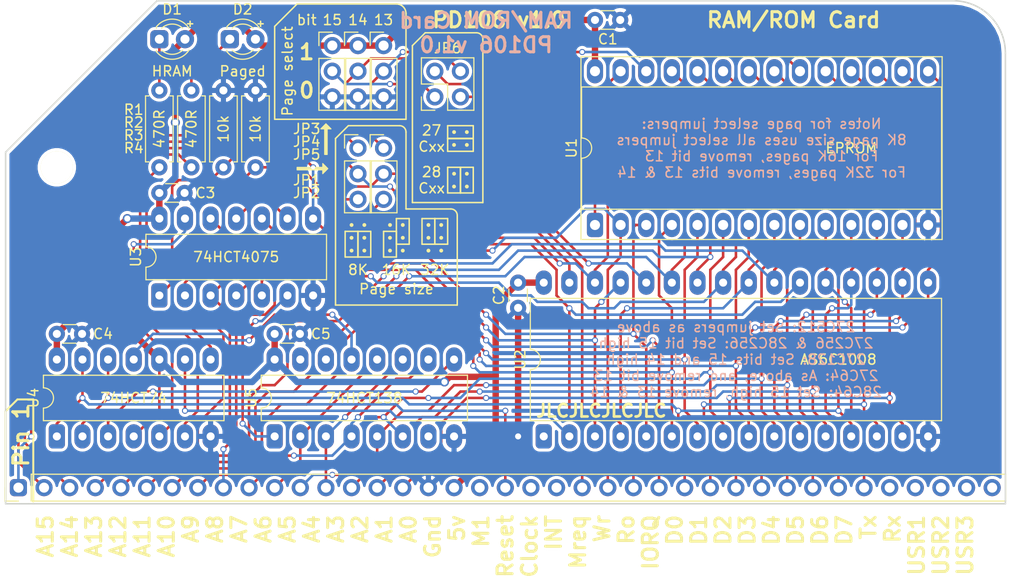
<source format=kicad_pcb>
(kicad_pcb (version 20171130) (host pcbnew "(5.1.9)-1")
  (layers (0 F.Cu signal) (31 B.Cu signal) (36 B.SilkS user) (37 F.SilkS user) (38 B.Mask user) (39 F.Mask user) (44 Edge.Cuts user))
  (net 0 "")
  (net 1 GND)
  (net 2 "Net-(J1-Pad39)")
  (net 3 "Net-(J1-Pad38)")
  (net 4 "Net-(J1-Pad37)")
  (net 5 "Net-(J1-Pad36)")
  (net 6 "Net-(J1-Pad35)")
  (net 7 D7)
  (net 8 D6)
  (net 9 D5)
  (net 10 D4)
  (net 11 D3)
  (net 12 D2)
  (net 13 D1)
  (net 14 D0)
  (net 15 ~IOREQ)
  (net 16 ~RD)
  (net 17 ~WR)
  (net 18 ~MREQ)
  (net 19 ~RESET)
  (net 20 +5V)
  (net 21 A0)
  (net 22 A1)
  (net 23 A2)
  (net 24 A3)
  (net 25 A4)
  (net 26 A5)
  (net 27 A6)
  (net 28 A7)
  (net 29 A8)
  (net 30 A9)
  (net 31 A10)
  (net 32 A11)
  (net 33 A12)
  (net 34 A13)
  (net 35 A14)
  (net 36 A15)
  (net 37 "Net-(J1-Pad22)")
  (net 38 "Net-(J1-Pad21)")
  (net 39 "Net-(J1-Pad19)")
  (net 40 ROM_A13)
  (net 41 ROM_A14)
  (net 42 ROM_A15)
  (net 43 /~ROM_CFG)
  (net 44 /SZ1)
  (net 45 /SZ2)
  (net 46 /~IOWR)
  (net 47 /ROM_A15')
  (net 48 /ROM_A14')
  (net 49 ~ROM_EN)
  (net 50 /~Paged')
  (net 51 /~Paged)
  (net 52 /~ROM_SEL)
  (net 53 "Net-(U2-Pad1)")
  (net 54 "Net-(U5-Pad7)")
  (net 55 "Net-(U5-Pad14)")
  (net 56 "Net-(U5-Pad12)")
  (net 57 "Net-(U5-Pad11)")
  (net 58 "Net-(U5-Pad10)")
  (net 59 /~HRAM')
  (net 60 /~HRAM)
  (net 61 ~ROM_CS)
  (net 62 RAM_A16)
  (net 63 "Net-(U5-Pad15)")
  (net 64 /~HRAM_CFG)
  (module Package_DIP:DIP-28_W15.24mm_Socket_LongPads (layer F.Cu) (at 210.82 123.825 90)
    (fp_text reference U1 (at 7.62 -2.33 90) (layer F.SilkS))
    (fp_text value EPROM (at 7.62 25.4 180) (layer F.SilkS))
    (pad 28 thru_hole oval (at 15.24 0 90) (size 2.4 1.6) (drill 1) (layers *.Cu *.Mask) (net 20 +5V))
    (pad 14 thru_hole oval (at 0 33.02 90) (size 2.4 1.6) (drill 1) (layers *.Cu *.Mask) (net 1 GND))
    (pad 27 thru_hole oval (at 15.24 2.54 90) (size 2.4 1.6) (drill 1) (layers *.Cu *.Mask) (net 48 /ROM_A14'))
    (pad 13 thru_hole oval (at 0 30.48 90) (size 2.4 1.6) (drill 1) (layers *.Cu *.Mask) (net 12 D2))
    (pad 26 thru_hole oval (at 15.24 5.08 90) (size 2.4 1.6) (drill 1) (layers *.Cu *.Mask) (net 40 ROM_A13))
    (pad 12 thru_hole oval (at 0 27.94 90) (size 2.4 1.6) (drill 1) (layers *.Cu *.Mask) (net 13 D1))
    (pad 25 thru_hole oval (at 15.24 7.62 90) (size 2.4 1.6) (drill 1) (layers *.Cu *.Mask) (net 29 A8))
    (pad 11 thru_hole oval (at 0 25.4 90) (size 2.4 1.6) (drill 1) (layers *.Cu *.Mask) (net 14 D0))
    (pad 24 thru_hole oval (at 15.24 10.16 90) (size 2.4 1.6) (drill 1) (layers *.Cu *.Mask) (net 30 A9))
    (pad 10 thru_hole oval (at 0 22.86 90) (size 2.4 1.6) (drill 1) (layers *.Cu *.Mask) (net 21 A0))
    (pad 23 thru_hole oval (at 15.24 12.7 90) (size 2.4 1.6) (drill 1) (layers *.Cu *.Mask) (net 32 A11))
    (pad 9 thru_hole oval (at 0 20.32 90) (size 2.4 1.6) (drill 1) (layers *.Cu *.Mask) (net 22 A1))
    (pad 22 thru_hole oval (at 15.24 15.24 90) (size 2.4 1.6) (drill 1) (layers *.Cu *.Mask) (net 16 ~RD))
    (pad 8 thru_hole oval (at 0 17.78 90) (size 2.4 1.6) (drill 1) (layers *.Cu *.Mask) (net 23 A2))
    (pad 21 thru_hole oval (at 15.24 17.78 90) (size 2.4 1.6) (drill 1) (layers *.Cu *.Mask) (net 31 A10))
    (pad 7 thru_hole oval (at 0 15.24 90) (size 2.4 1.6) (drill 1) (layers *.Cu *.Mask) (net 24 A3))
    (pad 20 thru_hole oval (at 15.24 20.32 90) (size 2.4 1.6) (drill 1) (layers *.Cu *.Mask) (net 61 ~ROM_CS))
    (pad 6 thru_hole oval (at 0 12.7 90) (size 2.4 1.6) (drill 1) (layers *.Cu *.Mask) (net 25 A4))
    (pad 19 thru_hole oval (at 15.24 22.86 90) (size 2.4 1.6) (drill 1) (layers *.Cu *.Mask) (net 7 D7))
    (pad 5 thru_hole oval (at 0 10.16 90) (size 2.4 1.6) (drill 1) (layers *.Cu *.Mask) (net 26 A5))
    (pad 18 thru_hole oval (at 15.24 25.4 90) (size 2.4 1.6) (drill 1) (layers *.Cu *.Mask) (net 8 D6))
    (pad 4 thru_hole oval (at 0 7.62 90) (size 2.4 1.6) (drill 1) (layers *.Cu *.Mask) (net 27 A6))
    (pad 17 thru_hole oval (at 15.24 27.94 90) (size 2.4 1.6) (drill 1) (layers *.Cu *.Mask) (net 9 D5))
    (pad 3 thru_hole oval (at 0 5.08 90) (size 2.4 1.6) (drill 1) (layers *.Cu *.Mask) (net 28 A7))
    (pad 16 thru_hole oval (at 15.24 30.48 90) (size 2.4 1.6) (drill 1) (layers *.Cu *.Mask) (net 10 D4))
    (pad 2 thru_hole oval (at 0 2.54 90) (size 2.4 1.6) (drill 1) (layers *.Cu *.Mask) (net 33 A12))
    (pad 15 thru_hole oval (at 15.24 33.02 90) (size 2.4 1.6) (drill 1) (layers *.Cu *.Mask) (net 11 D3))
    (pad 1 thru_hole roundrect (at 0 0 90) (size 2.4 1.6) (drill 1) (layers *.Cu *.Mask) (net 47 /ROM_A15'))
  )
  (module Package_DIP:DIP-32_W15.24mm_LongPads (layer F.Cu) (at 205.74 144.78 90)
    (fp_text reference U2 (at 7.62 -2.33 90) (layer F.SilkS))
    (fp_text value AS6C1008 (at 7.62 29.21 180) (layer F.SilkS))
    (pad 32 thru_hole oval (at 15.24 0 90) (size 2.4 1.6) (drill 0.8) (layers *.Cu *.Mask) (net 20 +5V))
    (pad 16 thru_hole oval (at 0 38.1 90) (size 2.4 1.6) (drill 0.8) (layers *.Cu *.Mask) (net 1 GND))
    (pad 31 thru_hole oval (at 15.24 2.54 90) (size 2.4 1.6) (drill 0.8) (layers *.Cu *.Mask) (net 36 A15))
    (pad 15 thru_hole oval (at 0 35.56 90) (size 2.4 1.6) (drill 0.8) (layers *.Cu *.Mask) (net 12 D2))
    (pad 30 thru_hole oval (at 15.24 5.08 90) (size 2.4 1.6) (drill 0.8) (layers *.Cu *.Mask) (net 61 ~ROM_CS))
    (pad 14 thru_hole oval (at 0 33.02 90) (size 2.4 1.6) (drill 0.8) (layers *.Cu *.Mask) (net 13 D1))
    (pad 29 thru_hole oval (at 15.24 7.62 90) (size 2.4 1.6) (drill 0.8) (layers *.Cu *.Mask) (net 17 ~WR))
    (pad 13 thru_hole oval (at 0 30.48 90) (size 2.4 1.6) (drill 0.8) (layers *.Cu *.Mask) (net 14 D0))
    (pad 28 thru_hole oval (at 15.24 10.16 90) (size 2.4 1.6) (drill 0.8) (layers *.Cu *.Mask) (net 34 A13))
    (pad 12 thru_hole oval (at 0 27.94 90) (size 2.4 1.6) (drill 0.8) (layers *.Cu *.Mask) (net 21 A0))
    (pad 27 thru_hole oval (at 15.24 12.7 90) (size 2.4 1.6) (drill 0.8) (layers *.Cu *.Mask) (net 29 A8))
    (pad 11 thru_hole oval (at 0 25.4 90) (size 2.4 1.6) (drill 0.8) (layers *.Cu *.Mask) (net 22 A1))
    (pad 26 thru_hole oval (at 15.24 15.24 90) (size 2.4 1.6) (drill 0.8) (layers *.Cu *.Mask) (net 30 A9))
    (pad 10 thru_hole oval (at 0 22.86 90) (size 2.4 1.6) (drill 0.8) (layers *.Cu *.Mask) (net 23 A2))
    (pad 25 thru_hole oval (at 15.24 17.78 90) (size 2.4 1.6) (drill 0.8) (layers *.Cu *.Mask) (net 32 A11))
    (pad 9 thru_hole oval (at 0 20.32 90) (size 2.4 1.6) (drill 0.8) (layers *.Cu *.Mask) (net 24 A3))
    (pad 24 thru_hole oval (at 15.24 20.32 90) (size 2.4 1.6) (drill 0.8) (layers *.Cu *.Mask) (net 16 ~RD))
    (pad 8 thru_hole oval (at 0 17.78 90) (size 2.4 1.6) (drill 0.8) (layers *.Cu *.Mask) (net 25 A4))
    (pad 23 thru_hole oval (at 15.24 22.86 90) (size 2.4 1.6) (drill 0.8) (layers *.Cu *.Mask) (net 31 A10))
    (pad 7 thru_hole oval (at 0 15.24 90) (size 2.4 1.6) (drill 0.8) (layers *.Cu *.Mask) (net 26 A5))
    (pad 22 thru_hole oval (at 15.24 25.4 90) (size 2.4 1.6) (drill 0.8) (layers *.Cu *.Mask) (net 18 ~MREQ))
    (pad 6 thru_hole oval (at 0 12.7 90) (size 2.4 1.6) (drill 0.8) (layers *.Cu *.Mask) (net 27 A6))
    (pad 21 thru_hole oval (at 15.24 27.94 90) (size 2.4 1.6) (drill 0.8) (layers *.Cu *.Mask) (net 7 D7))
    (pad 5 thru_hole oval (at 0 10.16 90) (size 2.4 1.6) (drill 0.8) (layers *.Cu *.Mask) (net 28 A7))
    (pad 20 thru_hole oval (at 15.24 30.48 90) (size 2.4 1.6) (drill 0.8) (layers *.Cu *.Mask) (net 8 D6))
    (pad 4 thru_hole oval (at 0 7.62 90) (size 2.4 1.6) (drill 0.8) (layers *.Cu *.Mask) (net 33 A12))
    (pad 19 thru_hole oval (at 15.24 33.02 90) (size 2.4 1.6) (drill 0.8) (layers *.Cu *.Mask) (net 9 D5))
    (pad 3 thru_hole oval (at 0 5.08 90) (size 2.4 1.6) (drill 0.8) (layers *.Cu *.Mask) (net 35 A14))
    (pad 18 thru_hole oval (at 15.24 35.56 90) (size 2.4 1.6) (drill 0.8) (layers *.Cu *.Mask) (net 10 D4))
    (pad 2 thru_hole oval (at 0 2.54 90) (size 2.4 1.6) (drill 0.8) (layers *.Cu *.Mask) (net 62 RAM_A16))
    (pad 17 thru_hole oval (at 15.24 38.1 90) (size 2.4 1.6) (drill 0.8) (layers *.Cu *.Mask) (net 11 D3))
    (pad 1 thru_hole roundrect (at 0 0 90) (size 2.4 1.6) (drill 0.8) (layers *.Cu *.Mask) (net 53 "Net-(U2-Pad1)"))
  )
  (module Capacitor_THT:C_Disc_D3.0mm_W1.6mm_P2.50mm (layer F.Cu) (at 203.2 129.54 270)
    (fp_text reference C2 (at 1.25 1.905 90) (layer F.SilkS))
    (fp_text value 0.1uF)
    (pad 2 thru_hole circle (at 2.5 0 270) (size 1.6 1.6) (drill 0.8) (layers *.Cu *.Mask) (net 1 GND))
    (pad 1 thru_hole circle (at 0 0 270) (size 1.6 1.6) (drill 0.8) (layers *.Cu *.Mask) (net 20 +5V))
  )
  (module Resistor_THT:R_Axial_DIN0207_L6.3mm_D2.5mm_P7.62mm_Horizontal (layer F.Cu) (at 170.815 118.11 90)
    (fp_text reference R2 (at 4.445 -5.715 180) (layer F.SilkS))
    (fp_text value 470R (at 3.81 0 90) (layer F.SilkS))
    (pad 2 thru_hole oval (at 7.62 0 90) (size 1.6 1.6) (drill 0.8) (layers *.Cu *.Mask) (net 50 /~Paged'))
    (pad 1 thru_hole circle (at 0 0 90) (size 1.6 1.6) (drill 0.8) (layers *.Cu *.Mask) (net 51 /~Paged))
  )
  (module LED_THT:LED_D3.0mm (layer F.Cu) (at 174.625 105.41)
    (fp_text reference D2 (at 1.27 -2.96) (layer F.SilkS))
    (fp_text value Green)
    (pad 2 thru_hole circle (at 2.54 0) (size 1.8 1.8) (drill 0.9) (layers *.Cu *.Mask) (net 20 +5V))
    (pad 1 thru_hole roundrect (at 0 0) (size 1.8 1.8) (drill 0.9) (layers *.Cu *.Mask) (net 50 /~Paged'))
  )
  (module Package_DIP:DIP-14_W7.62mm_LongPads (layer F.Cu) (at 157.48 144.78 90)
    (fp_text reference U4 (at 3.81 -2.33 90) (layer F.SilkS))
    (fp_text value 74HCT74 (at 3.81 7.62 180) (layer F.SilkS))
    (pad 14 thru_hole oval (at 7.62 0 90) (size 2.4 1.6) (drill 0.8) (layers *.Cu *.Mask) (net 20 +5V))
    (pad 7 thru_hole oval (at 0 15.24 90) (size 2.4 1.6) (drill 0.8) (layers *.Cu *.Mask) (net 1 GND))
    (pad 13 thru_hole oval (at 7.62 2.54 90) (size 2.4 1.6) (drill 0.8) (layers *.Cu *.Mask) (net 19 ~RESET))
    (pad 6 thru_hole oval (at 0 12.7 90) (size 2.4 1.6) (drill 0.8) (layers *.Cu *.Mask) (net 51 /~Paged))
    (pad 12 thru_hole oval (at 7.62 5.08 90) (size 2.4 1.6) (drill 0.8) (layers *.Cu *.Mask) (net 14 D0))
    (pad 5 thru_hole oval (at 0 10.16 90) (size 2.4 1.6) (drill 0.8) (layers *.Cu *.Mask) (net 49 ~ROM_EN))
    (pad 11 thru_hole oval (at 7.62 7.62 90) (size 2.4 1.6) (drill 0.8) (layers *.Cu *.Mask) (net 64 /~HRAM_CFG))
    (pad 4 thru_hole oval (at 0 7.62 90) (size 2.4 1.6) (drill 0.8) (layers *.Cu *.Mask) (net 20 +5V))
    (pad 10 thru_hole oval (at 7.62 10.16 90) (size 2.4 1.6) (drill 0.8) (layers *.Cu *.Mask) (net 20 +5V))
    (pad 3 thru_hole oval (at 0 5.08 90) (size 2.4 1.6) (drill 0.8) (layers *.Cu *.Mask) (net 43 /~ROM_CFG))
    (pad 9 thru_hole oval (at 7.62 12.7 90) (size 2.4 1.6) (drill 0.8) (layers *.Cu *.Mask) (net 62 RAM_A16))
    (pad 2 thru_hole oval (at 0 2.54 90) (size 2.4 1.6) (drill 0.8) (layers *.Cu *.Mask) (net 14 D0))
    (pad 8 thru_hole oval (at 7.62 15.24 90) (size 2.4 1.6) (drill 0.8) (layers *.Cu *.Mask) (net 60 /~HRAM))
    (pad 1 thru_hole roundrect (at 0 0 90) (size 2.4 1.6) (drill 0.8) (layers *.Cu *.Mask) (net 19 ~RESET))
  )
  (module Package_DIP:DIP-16_W7.62mm_LongPads (layer F.Cu) (at 179.07 144.78 90)
    (fp_text reference U5 (at 3.81 -2.33 90) (layer F.SilkS))
    (fp_text value 74HCT138 (at 3.81 8.89 180) (layer F.SilkS))
    (pad 16 thru_hole oval (at 7.62 0 90) (size 2.4 1.6) (drill 0.8) (layers *.Cu *.Mask) (net 20 +5V))
    (pad 8 thru_hole oval (at 0 17.78 90) (size 2.4 1.6) (drill 0.8) (layers *.Cu *.Mask) (net 1 GND))
    (pad 15 thru_hole oval (at 7.62 2.54 90) (size 2.4 1.6) (drill 0.8) (layers *.Cu *.Mask) (net 63 "Net-(U5-Pad15)"))
    (pad 7 thru_hole oval (at 0 15.24 90) (size 2.4 1.6) (drill 0.8) (layers *.Cu *.Mask) (net 54 "Net-(U5-Pad7)"))
    (pad 14 thru_hole oval (at 7.62 5.08 90) (size 2.4 1.6) (drill 0.8) (layers *.Cu *.Mask) (net 55 "Net-(U5-Pad14)"))
    (pad 6 thru_hole oval (at 0 12.7 90) (size 2.4 1.6) (drill 0.8) (layers *.Cu *.Mask) (net 25 A4))
    (pad 13 thru_hole oval (at 7.62 7.62 90) (size 2.4 1.6) (drill 0.8) (layers *.Cu *.Mask) (net 64 /~HRAM_CFG))
    (pad 5 thru_hole oval (at 0 10.16 90) (size 2.4 1.6) (drill 0.8) (layers *.Cu *.Mask) (net 23 A2))
    (pad 12 thru_hole oval (at 7.62 10.16 90) (size 2.4 1.6) (drill 0.8) (layers *.Cu *.Mask) (net 56 "Net-(U5-Pad12)"))
    (pad 4 thru_hole oval (at 0 7.62 90) (size 2.4 1.6) (drill 0.8) (layers *.Cu *.Mask) (net 27 A6))
    (pad 11 thru_hole oval (at 7.62 12.7 90) (size 2.4 1.6) (drill 0.8) (layers *.Cu *.Mask) (net 57 "Net-(U5-Pad11)"))
    (pad 3 thru_hole oval (at 0 5.08 90) (size 2.4 1.6) (drill 0.8) (layers *.Cu *.Mask) (net 24 A3))
    (pad 10 thru_hole oval (at 7.62 15.24 90) (size 2.4 1.6) (drill 0.8) (layers *.Cu *.Mask) (net 58 "Net-(U5-Pad10)"))
    (pad 2 thru_hole oval (at 0 2.54 90) (size 2.4 1.6) (drill 0.8) (layers *.Cu *.Mask) (net 26 A5))
    (pad 9 thru_hole oval (at 7.62 17.78 90) (size 2.4 1.6) (drill 0.8) (layers *.Cu *.Mask) (net 43 /~ROM_CFG))
    (pad 1 thru_hole roundrect (at 0 0 90) (size 2.4 1.6) (drill 0.8) (layers *.Cu *.Mask) (net 46 /~IOWR))
  )
  (module Connector_PinHeader_2.54mm:PinHeader_2x02_P2.54mm_Vertical (layer F.Cu) (at 194.945 111.125 90)
    (fp_text reference JP6 (at 4.826 1.27 180) (layer F.SilkS))
    (fp_text value "A Swap")
    (pad 4 thru_hole oval (at 2.54 2.54 90) (size 1.7 1.7) (drill 1) (layers *.Cu *.Mask) (net 41 ROM_A14))
    (pad 3 thru_hole oval (at 0 2.54 90) (size 1.7 1.7) (drill 1) (layers *.Cu *.Mask) (net 47 /ROM_A15'))
    (pad 2 thru_hole oval (at 2.54 0 90) (size 1.7 1.7) (drill 1) (layers *.Cu *.Mask) (net 48 /ROM_A14'))
    (pad 1 thru_hole oval (at 0 0 90) (size 1.7 1.7) (drill 1) (layers *.Cu *.Mask) (net 42 ROM_A15))
  )
  (module Package_DIP:DIP-14_W7.62mm_LongPads (layer F.Cu) (at 167.64 130.81 90)
    (fp_text reference U3 (at 3.81 -2.33 90) (layer F.SilkS))
    (fp_text value 74HCT4075 (at 3.81 7.62 180) (layer F.SilkS))
    (pad 1 thru_hole roundrect (at 0 0 90) (size 2.4 1.6) (drill 0.8) (layers *.Cu *.Mask) (net 44 /SZ1))
    (pad 8 thru_hole oval (at 7.62 15.24 90) (size 2.4 1.6) (drill 0.8) (layers *.Cu *.Mask) (net 36 A15))
    (pad 2 thru_hole oval (at 0 2.54 90) (size 2.4 1.6) (drill 0.8) (layers *.Cu *.Mask) (net 45 /SZ2))
    (pad 9 thru_hole oval (at 7.62 12.7 90) (size 2.4 1.6) (drill 0.8) (layers *.Cu *.Mask) (net 52 /~ROM_SEL))
    (pad 3 thru_hole oval (at 0 5.08 90) (size 2.4 1.6) (drill 0.8) (layers *.Cu *.Mask) (net 28 A7))
    (pad 10 thru_hole oval (at 7.62 10.16 90) (size 2.4 1.6) (drill 0.8) (layers *.Cu *.Mask) (net 61 ~ROM_CS))
    (pad 4 thru_hole oval (at 0 7.62 90) (size 2.4 1.6) (drill 0.8) (layers *.Cu *.Mask) (net 17 ~WR))
    (pad 11 thru_hole oval (at 7.62 7.62 90) (size 2.4 1.6) (drill 0.8) (layers *.Cu *.Mask) (net 52 /~ROM_SEL))
    (pad 5 thru_hole oval (at 0 10.16 90) (size 2.4 1.6) (drill 0.8) (layers *.Cu *.Mask) (net 15 ~IOREQ))
    (pad 12 thru_hole oval (at 7.62 5.08 90) (size 2.4 1.6) (drill 0.8) (layers *.Cu *.Mask) (net 18 ~MREQ))
    (pad 6 thru_hole oval (at 0 12.7 90) (size 2.4 1.6) (drill 0.8) (layers *.Cu *.Mask) (net 46 /~IOWR))
    (pad 13 thru_hole oval (at 7.62 2.54 90) (size 2.4 1.6) (drill 0.8) (layers *.Cu *.Mask) (net 49 ~ROM_EN))
    (pad 7 thru_hole oval (at 0 15.24 90) (size 2.4 1.6) (drill 0.8) (layers *.Cu *.Mask) (net 1 GND))
    (pad 14 thru_hole oval (at 7.62 0 90) (size 2.4 1.6) (drill 0.8) (layers *.Cu *.Mask) (net 20 +5V))
  )
  (module Resistor_THT:R_Axial_DIN0207_L6.3mm_D2.5mm_P7.62mm_Horizontal (layer F.Cu) (at 167.64 110.49 270)
    (fp_text reference R1 (at 1.905 2.54 180) (layer F.SilkS))
    (fp_text value 470R (at 3.81 0 90) (layer F.SilkS))
    (pad 2 thru_hole oval (at 7.62 0 270) (size 1.6 1.6) (drill 0.8) (layers *.Cu *.Mask) (net 60 /~HRAM))
    (pad 1 thru_hole circle (at 0 0 270) (size 1.6 1.6) (drill 0.8) (layers *.Cu *.Mask) (net 59 /~HRAM'))
  )
  (module Resistor_THT:R_Axial_DIN0207_L6.3mm_D2.5mm_P7.62mm_Horizontal (layer F.Cu) (at 177.165 118.11 90)
    (fp_text reference R4 (at 1.905 -12.065) (layer F.SilkS))
    (fp_text value 10k (at 3.81 0 90) (layer F.SilkS))
    (pad 2 thru_hole oval (at 7.62 0 90) (size 1.6 1.6) (drill 0.8) (layers *.Cu *.Mask) (net 1 GND))
    (pad 1 thru_hole circle (at 0 0 90) (size 1.6 1.6) (drill 0.8) (layers *.Cu *.Mask) (net 45 /SZ2))
  )
  (module Resistor_THT:R_Axial_DIN0207_L6.3mm_D2.5mm_P7.62mm_Horizontal (layer F.Cu) (at 173.99 118.11 90)
    (fp_text reference R3 (at 3.175 -8.89) (layer F.SilkS))
    (fp_text value 10k (at 3.81 0 90) (layer F.SilkS))
    (pad 2 thru_hole oval (at 7.62 0 90) (size 1.6 1.6) (drill 0.8) (layers *.Cu *.Mask) (net 1 GND))
    (pad 1 thru_hole circle (at 0 0 90) (size 1.6 1.6) (drill 0.8) (layers *.Cu *.Mask) (net 44 /SZ1))
  )
  (module Connector_PinHeader_2.54mm:PinHeader_1x03_P2.54mm_Vertical (layer F.Cu) (at 189.865 106.045)
    (fp_text reference JP5 (at -7.62 10.795 180) (layer F.SilkS))
    (fp_text value A13)
    (pad 3 thru_hole oval (at 0 5.08) (size 1.7 1.7) (drill 1) (layers *.Cu *.Mask) (net 1 GND))
    (pad 2 thru_hole oval (at 0 2.54) (size 1.7 1.7) (drill 1) (layers *.Cu *.Mask) (net 40 ROM_A13))
    (pad 1 thru_hole oval (at 0 0) (size 1.7 1.7) (drill 1) (layers *.Cu *.Mask) (net 20 +5V))
  )
  (module Connector_PinHeader_2.54mm:PinHeader_1x03_P2.54mm_Vertical (layer F.Cu) (at 187.325 106.045)
    (fp_text reference JP4 (at -5.08 9.525 180) (layer F.SilkS))
    (fp_text value A14)
    (pad 3 thru_hole oval (at 0 5.08) (size 1.7 1.7) (drill 1) (layers *.Cu *.Mask) (net 1 GND))
    (pad 2 thru_hole oval (at 0 2.54) (size 1.7 1.7) (drill 1) (layers *.Cu *.Mask) (net 41 ROM_A14))
    (pad 1 thru_hole oval (at 0 0) (size 1.7 1.7) (drill 1) (layers *.Cu *.Mask) (net 20 +5V))
  )
  (module Connector_PinHeader_2.54mm:PinHeader_1x03_P2.54mm_Vertical (layer F.Cu) (at 184.785 106.045)
    (fp_text reference JP3 (at -2.54 8.255) (layer F.SilkS))
    (fp_text value A15)
    (pad 3 thru_hole oval (at 0 5.08) (size 1.7 1.7) (drill 1) (layers *.Cu *.Mask) (net 1 GND))
    (pad 2 thru_hole oval (at 0 2.54) (size 1.7 1.7) (drill 1) (layers *.Cu *.Mask) (net 42 ROM_A15))
    (pad 1 thru_hole oval (at 0 0) (size 1.7 1.7) (drill 1) (layers *.Cu *.Mask) (net 20 +5V))
  )
  (module Connector_PinHeader_2.54mm:PinHeader_1x03_P2.54mm_Vertical (layer F.Cu) (at 189.865 116.205)
    (fp_text reference JP2 (at -7.62 4.445 180) (layer F.SilkS))
    (fp_text value Size2)
    (pad 3 thru_hole oval (at 0 5.08) (size 1.7 1.7) (drill 1) (layers *.Cu *.Mask) (net 45 /SZ2))
    (pad 2 thru_hole oval (at 0 2.54) (size 1.7 1.7) (drill 1) (layers *.Cu *.Mask) (net 34 A13))
    (pad 1 thru_hole oval (at 0 0) (size 1.7 1.7) (drill 1) (layers *.Cu *.Mask) (net 40 ROM_A13))
  )
  (module Connector_PinHeader_2.54mm:PinHeader_1x03_P2.54mm_Vertical (layer F.Cu) (at 187.325 116.205)
    (fp_text reference JP1 (at -5.08 3.175 180) (layer F.SilkS))
    (fp_text value Size1)
    (pad 3 thru_hole oval (at 0 5.08) (size 1.7 1.7) (drill 1) (layers *.Cu *.Mask) (net 44 /SZ1))
    (pad 2 thru_hole oval (at 0 2.54) (size 1.7 1.7) (drill 1) (layers *.Cu *.Mask) (net 35 A14))
    (pad 1 thru_hole oval (at 0 0) (size 1.7 1.7) (drill 1) (layers *.Cu *.Mask) (net 41 ROM_A14))
  )
  (module LED_THT:LED_D3.0mm (layer F.Cu) (at 167.64 105.41)
    (fp_text reference D1 (at 1.27 -2.96) (layer F.SilkS))
    (fp_text value Green)
    (pad 2 thru_hole circle (at 2.54 0) (size 1.8 1.8) (drill 0.9) (layers *.Cu *.Mask) (net 20 +5V))
    (pad 1 thru_hole roundrect (at 0 0) (size 1.8 1.8) (drill 0.9) (layers *.Cu *.Mask) (net 59 /~HRAM'))
  )
  (module Capacitor_THT:C_Disc_D3.0mm_W1.6mm_P2.50mm (layer F.Cu) (at 167.64 120.65)
    (fp_text reference C3 (at 4.572 0) (layer F.SilkS))
    (fp_text value 0.1uF)
    (pad 2 thru_hole circle (at 2.5 0) (size 1.6 1.6) (drill 0.8) (layers *.Cu *.Mask) (net 1 GND))
    (pad 1 thru_hole circle (at 0 0) (size 1.6 1.6) (drill 0.8) (layers *.Cu *.Mask) (net 20 +5V))
  )
  (module Capacitor_THT:C_Disc_D3.0mm_W1.6mm_P2.50mm (layer F.Cu) (at 157.48 134.62)
    (fp_text reference C4 (at 4.572 0) (layer F.SilkS))
    (fp_text value 0.1uF)
    (pad 2 thru_hole circle (at 2.5 0) (size 1.6 1.6) (drill 0.8) (layers *.Cu *.Mask) (net 1 GND))
    (pad 1 thru_hole circle (at 0 0) (size 1.6 1.6) (drill 0.8) (layers *.Cu *.Mask) (net 20 +5V))
  )
  (module Capacitor_THT:C_Disc_D3.0mm_W1.6mm_P2.50mm (layer F.Cu) (at 179.07 134.62)
    (fp_text reference C5 (at 4.572 0) (layer F.SilkS))
    (fp_text value 0.1uF)
    (pad 2 thru_hole circle (at 2.5 0) (size 1.6 1.6) (drill 0.8) (layers *.Cu *.Mask) (net 1 GND))
    (pad 1 thru_hole circle (at 0 0) (size 1.6 1.6) (drill 0.8) (layers *.Cu *.Mask) (net 20 +5V))
  )
  (module Capacitor_THT:C_Disc_D3.0mm_W1.6mm_P2.50mm (layer F.Cu) (at 210.82 103.505)
    (fp_text reference C1 (at 1.27 1.905) (layer F.SilkS))
    (fp_text value 0.1uF)
    (pad 2 thru_hole circle (at 2.5 0) (size 1.6 1.6) (drill 0.8) (layers *.Cu *.Mask) (net 1 GND))
    (pad 1 thru_hole circle (at 0 0) (size 1.6 1.6) (drill 0.8) (layers *.Cu *.Mask) (net 20 +5V))
  )
  (module Connector_PinHeader_2.54mm:PinHeader_1x39_P2.54mm_Vertical (layer F.Cu) (at 153.67 149.86 90)
    (fp_text reference J1 hide)
    (fp_text value RC2014)
    (pad 39 thru_hole oval (at 0 96.52 90) (size 1.7 1.7) (drill 1) (layers *.Cu *.Mask) (net 2 "Net-(J1-Pad39)"))
    (pad 38 thru_hole oval (at 0 93.98 90) (size 1.7 1.7) (drill 1) (layers *.Cu *.Mask) (net 3 "Net-(J1-Pad38)"))
    (pad 37 thru_hole oval (at 0 91.44 90) (size 1.7 1.7) (drill 1) (layers *.Cu *.Mask) (net 4 "Net-(J1-Pad37)"))
    (pad 36 thru_hole oval (at 0 88.9 90) (size 1.7 1.7) (drill 1) (layers *.Cu *.Mask) (net 5 "Net-(J1-Pad36)"))
    (pad 35 thru_hole oval (at 0 86.36 90) (size 1.7 1.7) (drill 1) (layers *.Cu *.Mask) (net 6 "Net-(J1-Pad35)"))
    (pad 34 thru_hole oval (at 0 83.82 90) (size 1.7 1.7) (drill 1) (layers *.Cu *.Mask) (net 7 D7))
    (pad 33 thru_hole oval (at 0 81.28 90) (size 1.7 1.7) (drill 1) (layers *.Cu *.Mask) (net 8 D6))
    (pad 32 thru_hole oval (at 0 78.74 90) (size 1.7 1.7) (drill 1) (layers *.Cu *.Mask) (net 9 D5))
    (pad 31 thru_hole oval (at 0 76.2 90) (size 1.7 1.7) (drill 1) (layers *.Cu *.Mask) (net 10 D4))
    (pad 30 thru_hole oval (at 0 73.66 90) (size 1.7 1.7) (drill 1) (layers *.Cu *.Mask) (net 11 D3))
    (pad 29 thru_hole oval (at 0 71.12 90) (size 1.7 1.7) (drill 1) (layers *.Cu *.Mask) (net 12 D2))
    (pad 28 thru_hole oval (at 0 68.58 90) (size 1.7 1.7) (drill 1) (layers *.Cu *.Mask) (net 13 D1))
    (pad 27 thru_hole oval (at 0 66.04 90) (size 1.7 1.7) (drill 1) (layers *.Cu *.Mask) (net 14 D0))
    (pad 26 thru_hole oval (at 0 63.5 90) (size 1.7 1.7) (drill 1) (layers *.Cu *.Mask) (net 15 ~IOREQ))
    (pad 25 thru_hole oval (at 0 60.96 90) (size 1.7 1.7) (drill 1) (layers *.Cu *.Mask) (net 16 ~RD))
    (pad 24 thru_hole oval (at 0 58.42 90) (size 1.7 1.7) (drill 1) (layers *.Cu *.Mask) (net 17 ~WR))
    (pad 23 thru_hole oval (at 0 55.88 90) (size 1.7 1.7) (drill 1) (layers *.Cu *.Mask) (net 18 ~MREQ))
    (pad 22 thru_hole oval (at 0 53.34 90) (size 1.7 1.7) (drill 1) (layers *.Cu *.Mask) (net 37 "Net-(J1-Pad22)"))
    (pad 21 thru_hole oval (at 0 50.8 90) (size 1.7 1.7) (drill 1) (layers *.Cu *.Mask) (net 38 "Net-(J1-Pad21)"))
    (pad 20 thru_hole oval (at 0 48.26 90) (size 1.7 1.7) (drill 1) (layers *.Cu *.Mask) (net 19 ~RESET))
    (pad 19 thru_hole oval (at 0 45.72 90) (size 1.7 1.7) (drill 1) (layers *.Cu *.Mask) (net 39 "Net-(J1-Pad19)"))
    (pad 18 thru_hole oval (at 0 43.18 90) (size 1.7 1.7) (drill 1) (layers *.Cu *.Mask) (net 20 +5V))
    (pad 17 thru_hole oval (at 0 40.64 90) (size 1.7 1.7) (drill 1) (layers *.Cu *.Mask) (net 1 GND))
    (pad 16 thru_hole oval (at 0 38.1 90) (size 1.7 1.7) (drill 1) (layers *.Cu *.Mask) (net 21 A0))
    (pad 15 thru_hole oval (at 0 35.56 90) (size 1.7 1.7) (drill 1) (layers *.Cu *.Mask) (net 22 A1))
    (pad 14 thru_hole oval (at 0 33.02 90) (size 1.7 1.7) (drill 1) (layers *.Cu *.Mask) (net 23 A2))
    (pad 13 thru_hole oval (at 0 30.48 90) (size 1.7 1.7) (drill 1) (layers *.Cu *.Mask) (net 24 A3))
    (pad 12 thru_hole oval (at 0 27.94 90) (size 1.7 1.7) (drill 1) (layers *.Cu *.Mask) (net 25 A4))
    (pad 11 thru_hole oval (at 0 25.4 90) (size 1.7 1.7) (drill 1) (layers *.Cu *.Mask) (net 26 A5))
    (pad 10 thru_hole oval (at 0 22.86 90) (size 1.7 1.7) (drill 1) (layers *.Cu *.Mask) (net 27 A6))
    (pad 9 thru_hole oval (at 0 20.32 90) (size 1.7 1.7) (drill 1) (layers *.Cu *.Mask) (net 28 A7))
    (pad 8 thru_hole oval (at 0 17.78 90) (size 1.7 1.7) (drill 1) (layers *.Cu *.Mask) (net 29 A8))
    (pad 7 thru_hole oval (at 0 15.24 90) (size 1.7 1.7) (drill 1) (layers *.Cu *.Mask) (net 30 A9))
    (pad 6 thru_hole oval (at 0 12.7 90) (size 1.7 1.7) (drill 1) (layers *.Cu *.Mask) (net 31 A10))
    (pad 5 thru_hole oval (at 0 10.16 90) (size 1.7 1.7) (drill 1) (layers *.Cu *.Mask) (net 32 A11))
    (pad 4 thru_hole oval (at 0 7.62 90) (size 1.7 1.7) (drill 1) (layers *.Cu *.Mask) (net 33 A12))
    (pad 3 thru_hole oval (at 0 5.08 90) (size 1.7 1.7) (drill 1) (layers *.Cu *.Mask) (net 34 A13))
    (pad 2 thru_hole oval (at 0 2.54 90) (size 1.7 1.7) (drill 1) (layers *.Cu *.Mask) (net 35 A14))
    (pad 1 thru_hole roundrect (at 0 0 90) (size 1.7 1.7) (drill 1) (layers *.Cu *.Mask) (net 36 A15))
  )
  (module Mounting_Holes:MountingHole_3.2mm_M3 (layer F.Cu) (at 157.48 118.11)
    (fp_text reference "" hide)
    (fp_text value "" hide)
    (pad "" np_thru_hole circle (at 0 0) (size 3.2 3.2) (drill 3.2) (layers *.Cu *.Mask F.SilkS))
  )
  (gr_poly (pts (xy 183.8325 118.745) (xy 183.8325 118.364) (xy 181.2925 118.364) (xy 181.2925 118.11) (xy 183.8325 118.11) (xy 183.8325 117.729) (xy 184.3405 118.237)) (layer F.SilkS) (width 0.1))
  (gr_line (start 192.0875 122.2375) (end 196.5325 122.2375) (layer F.SilkS) (width 0.15))
  (gr_line (start 192.0875 114.6175) (end 192.0875 122.2375) (layer F.SilkS) (width 0.15))
  (gr_arc (start 191.4525 114.6175) (end 192.0875 114.6175) (angle -90) (layer F.SilkS) (width 0.15))
  (gr_poly (pts (xy 184.658 114.3) (xy 184.277 114.3) (xy 184.277 116.84) (xy 184.023 116.84) (xy 184.023 114.3) (xy 183.642 114.3) (xy 184.15 113.792)) (layer F.SilkS) (width 0.1))
  (gr_text "PD106 v1.0" (at 201.295 103.505) (layer F.SilkS) (effects (font (size 1.5 1.5) (thickness 0.3))))
  (gr_line (start 177.673 103.632) (end 177.673 104.14) (layer F.SilkS) (width 0.15))
  (gr_line (start 177.419 103.886) (end 177.927 103.886) (layer F.SilkS) (width 0.15))
  (gr_text Paged (at 175.895 108.585) (layer F.SilkS) (effects (font (size 1 1))))
  (gr_line (start 185.1025 115.2525) (end 186.3725 113.9825) (layer F.SilkS) (width 0.15))
  (gr_arc (start 196.5325 122.8725) (end 197.1675 122.8725) (angle -90) (layer F.SilkS) (width 0.15))
  (gr_line (start 192.7225 106.045) (end 193.9925 104.775) (layer F.SilkS) (width 0.15))
  (gr_arc (start 199.0725 105.41) (end 199.7075 105.41) (angle -90) (layer F.SilkS) (width 0.15))
  (gr_arc (start 191.135 102.87) (end 192.0875 102.87) (angle -90) (layer F.SilkS) (width 0.15))
  (gr_text "RAM/ROM Card\nPD106 v1.0" (at 200.025 104.775) (layer B.SilkS) (effects (font (size 1.5 1.5) (thickness 0.3)) (justify mirror)))
  (gr_text "27C512: Set jumpers as above\n27C256 & 28C256: Set bit 15 high\n27C128: Set bits 15 and 14 high\n27C64: As above, and remove bit 13\n28C64: Set 15 high, remove 13 & 14" (at 224.79 137.16) (layer B.SilkS) (effects (font (size 1 1)) (justify mirror)))
  (gr_text "Notes for page select jumpers:\n8K page size uses all select jumpers\nFor 16K pages, remove bit 13\nFor 32K pages, remove bits 13 & 14" (at 227.33 116.205) (layer B.SilkS) (effects (font (size 1 1)) (justify mirror)))
  (gr_text HRAM (at 168.91 108.585) (layer F.SilkS) (effects (font (size 1 1))))
  (gr_line (start 192.7225 121.6025) (end 192.7225 106.045) (layer F.SilkS) (width 0.15))
  (gr_line (start 199.7075 121.6025) (end 192.7225 121.6025) (layer F.SilkS) (width 0.15))
  (gr_line (start 199.7075 105.41) (end 199.7075 121.6025) (layer F.SilkS) (width 0.15))
  (gr_line (start 193.9925 104.775) (end 199.0725 104.775) (layer F.SilkS) (width 0.15))
  (gr_text "28\nCxx" (at 194.6275 119.38) (layer F.SilkS) (effects (font (size 1 1))))
  (gr_text "27\nCxx" (at 194.6275 115.2525) (layer F.SilkS) (effects (font (size 1 1))))
  (gr_line (start 198.755 115.2525) (end 198.755 116.5225) (layer F.SilkS) (width 0.15))
  (gr_line (start 196.215 115.2525) (end 196.215 116.5225) (layer F.SilkS) (width 0.15))
  (gr_line (start 198.755 115.2525) (end 196.215 115.2525) (layer F.SilkS) (width 0.15))
  (gr_line (start 196.215 116.5225) (end 198.755 116.5225) (layer F.SilkS) (width 0.15))
  (gr_line (start 196.215 113.9825) (end 196.215 115.2525) (layer F.SilkS) (width 0.15))
  (gr_line (start 198.11746 115.8875) (end 198.12 115.8875) (layer F.SilkS) (width 0.381))
  (gr_line (start 198.755 113.9825) (end 196.215 113.9825) (layer F.SilkS) (width 0.15))
  (gr_line (start 196.85127 114.6175) (end 196.85381 114.6175) (layer F.SilkS) (width 0.381))
  (gr_line (start 196.84746 115.8875) (end 196.85 115.8875) (layer F.SilkS) (width 0.381))
  (gr_line (start 198.11746 114.6175) (end 198.12 114.6175) (layer F.SilkS) (width 0.381))
  (gr_line (start 198.755 113.9825) (end 198.755 115.2525) (layer F.SilkS) (width 0.15))
  (gr_line (start 196.215 115.2525) (end 198.755 115.2525) (layer F.SilkS) (width 0.15))
  (gr_line (start 196.215 118.11) (end 196.215 120.65) (layer F.SilkS) (width 0.15))
  (gr_line (start 196.84746 120.015) (end 196.85 120.015) (layer F.SilkS) (width 0.381))
  (gr_line (start 198.11746 120.015) (end 198.12 120.015) (layer F.SilkS) (width 0.381))
  (gr_line (start 198.755 120.65) (end 198.755 118.11) (layer F.SilkS) (width 0.15))
  (gr_line (start 196.85127 118.745) (end 196.85381 118.745) (layer F.SilkS) (width 0.381))
  (gr_line (start 197.485 120.65) (end 198.755 120.65) (layer F.SilkS) (width 0.15))
  (gr_line (start 198.11746 118.745) (end 198.12 118.745) (layer F.SilkS) (width 0.381))
  (gr_line (start 197.485 118.11) (end 197.485 120.65) (layer F.SilkS) (width 0.15))
  (gr_line (start 198.755 118.11) (end 197.485 118.11) (layer F.SilkS) (width 0.15))
  (gr_line (start 197.485 118.11) (end 196.215 118.11) (layer F.SilkS) (width 0.15))
  (gr_line (start 197.485 120.65) (end 197.485 118.11) (layer F.SilkS) (width 0.15))
  (gr_line (start 196.215 120.65) (end 197.485 120.65) (layer F.SilkS) (width 0.15))
  (gr_line (start 192.0875 102.87) (end 192.0875 113.3475) (layer F.SilkS) (width 0.15))
  (gr_line (start 181.2925 101.9175) (end 191.135 101.9175) (layer F.SilkS) (width 0.15))
  (gr_line (start 179.07 104.14) (end 181.2925 101.9175) (layer F.SilkS) (width 0.15))
  (gr_line (start 179.07 113.3475) (end 179.07 104.14) (layer F.SilkS) (width 0.15))
  (gr_line (start 192.0875 113.3475) (end 179.07 113.3475) (layer F.SilkS) (width 0.15))
  (gr_line (start 185.1025 131.7625) (end 185.1025 115.2525) (layer F.SilkS) (width 0.15))
  (gr_line (start 197.1675 131.7625) (end 185.1025 131.7625) (layer F.SilkS) (width 0.15))
  (gr_line (start 197.1675 122.8725) (end 197.1675 131.7625) (layer F.SilkS) (width 0.15))
  (gr_line (start 186.3725 113.9825) (end 191.4525 113.9825) (layer F.SilkS) (width 0.15))
  (gr_line (start 186.69 126.365) (end 186.69254 126.365) (layer F.SilkS) (width 0.381))
  (gr_line (start 187.325 124.46) (end 187.325 127) (layer F.SilkS) (width 0.15))
  (gr_line (start 186.68746 125.095) (end 186.69 125.095) (layer F.SilkS) (width 0.381))
  (gr_line (start 187.325 127) (end 188.595 127) (layer F.SilkS) (width 0.15))
  (gr_line (start 188.595 124.46) (end 187.325 124.46) (layer F.SilkS) (width 0.15))
  (gr_line (start 186.055 127) (end 187.325 127) (layer F.SilkS) (width 0.15))
  (gr_line (start 187.325 127) (end 187.325 124.46) (layer F.SilkS) (width 0.15))
  (gr_line (start 187.95746 125.095) (end 187.96 125.095) (layer F.SilkS) (width 0.381))
  (gr_line (start 187.95746 123.825) (end 187.96 123.825) (layer F.SilkS) (width 0.381))
  (gr_line (start 186.055 124.46) (end 186.055 127) (layer F.SilkS) (width 0.15))
  (gr_line (start 187.95746 126.365) (end 187.96 126.365) (layer F.SilkS) (width 0.381))
  (gr_line (start 188.595 127) (end 188.595 124.46) (layer F.SilkS) (width 0.15))
  (gr_line (start 187.325 124.46) (end 186.055 124.46) (layer F.SilkS) (width 0.15))
  (gr_line (start 186.69127 123.825) (end 186.69381 123.825) (layer F.SilkS) (width 0.381))
  (gr_text 8K (at 187.325 128.27) (layer F.SilkS) (effects (font (size 1 1))))
  (gr_line (start 190.5 126.365) (end 190.50254 126.365) (layer F.SilkS) (width 0.381))
  (gr_line (start 189.865 124.46) (end 189.865 127) (layer F.SilkS) (width 0.15))
  (gr_line (start 190.49746 125.095) (end 190.5 125.095) (layer F.SilkS) (width 0.381))
  (gr_line (start 191.76746 125.095) (end 191.77 125.095) (layer F.SilkS) (width 0.381))
  (gr_line (start 192.405 125.73) (end 192.405 123.19) (layer F.SilkS) (width 0.15))
  (gr_line (start 190.50127 123.825) (end 190.50381 123.825) (layer F.SilkS) (width 0.381))
  (gr_line (start 191.135 125.73) (end 192.405 125.73) (layer F.SilkS) (width 0.15))
  (gr_line (start 191.76746 126.365) (end 191.77 126.365) (layer F.SilkS) (width 0.381))
  (gr_line (start 191.76746 123.825) (end 191.77 123.825) (layer F.SilkS) (width 0.381))
  (gr_line (start 191.135 124.46) (end 191.135 127) (layer F.SilkS) (width 0.15))
  (gr_text 16K (at 191.135 128.27) (layer F.SilkS) (effects (font (size 1 1))))
  (gr_line (start 192.405 123.19) (end 191.135 123.19) (layer F.SilkS) (width 0.15))
  (gr_line (start 191.135 124.46) (end 189.865 124.46) (layer F.SilkS) (width 0.15))
  (gr_line (start 191.135 125.73) (end 191.135 123.19) (layer F.SilkS) (width 0.15))
  (gr_line (start 189.865 127) (end 191.135 127) (layer F.SilkS) (width 0.15))
  (gr_line (start 194.945 123.19) (end 194.945 125.73) (layer F.SilkS) (width 0.15))
  (gr_line (start 196.215 123.19) (end 194.945 123.19) (layer F.SilkS) (width 0.15))
  (gr_line (start 196.215 125.73) (end 196.215 123.19) (layer F.SilkS) (width 0.15))
  (gr_line (start 194.945 125.73) (end 196.215 125.73) (layer F.SilkS) (width 0.15))
  (gr_text 32K (at 194.945 128.27) (layer F.SilkS) (effects (font (size 1 1))))
  (gr_line (start 195.57746 123.825) (end 195.58 123.825) (layer F.SilkS) (width 0.381))
  (gr_line (start 194.31127 123.825) (end 194.31381 123.825) (layer F.SilkS) (width 0.381))
  (gr_line (start 195.57746 125.095) (end 195.58 125.095) (layer F.SilkS) (width 0.381))
  (gr_line (start 194.30746 125.095) (end 194.31 125.095) (layer F.SilkS) (width 0.381))
  (gr_line (start 194.31 126.365) (end 194.31254 126.365) (layer F.SilkS) (width 0.381))
  (gr_line (start 195.57746 126.365) (end 195.58 126.365) (layer F.SilkS) (width 0.381))
  (gr_line (start 193.675 123.19) (end 193.675 125.73) (layer F.SilkS) (width 0.15))
  (gr_line (start 194.945 123.19) (end 193.675 123.19) (layer F.SilkS) (width 0.15))
  (gr_line (start 194.945 125.73) (end 194.945 123.19) (layer F.SilkS) (width 0.15))
  (gr_line (start 193.675 125.73) (end 194.945 125.73) (layer F.SilkS) (width 0.15))
  (gr_line (start 170.434 103.886) (end 170.942 103.886) (layer F.SilkS) (width 0.15))
  (gr_line (start 170.688 103.632) (end 170.688 104.14) (layer F.SilkS) (width 0.15))
  (gr_text "RAM/ROM Card" (at 230.505 103.505) (layer F.SilkS) (effects (font (size 1.5 1.5) (thickness 0.3))))
  (gr_text bit (at 182.245 103.505) (layer F.SilkS) (effects (font (size 1 1))))
  (gr_text 13 (at 189.865 103.505) (layer F.SilkS) (effects (font (size 1 1))))
  (gr_text 14 (at 187.325 103.505) (layer F.SilkS) (effects (font (size 1 1))))
  (gr_text 15 (at 184.785 103.505) (layer F.SilkS) (effects (font (size 1 1))))
  (gr_text "Page select" (at 180.34 108.585 90) (layer F.SilkS) (effects (font (size 1 1))))
  (gr_text "Page size" (at 191.135 130.175) (layer F.SilkS) (effects (font (size 1 1))))
  (gr_text 0 (at 182.245 110.49) (layer F.SilkS) (effects (font (size 1.5 1.5) (thickness 0.3))))
  (gr_text 1 (at 182.245 106.68) (layer F.SilkS) (effects (font (size 1.5 1.5) (thickness 0.3))))
  (gr_text JLCJLCJLCJLC (at 211.455 142.24) (layer F.SilkS) (effects (font (size 1.25 1.25) (thickness 0.266667))))
  (gr_line (start 167.4114 101.6) (end 152.4 116.6114) (angle 90) (layer Edge.Cuts) (width 0.15))
  (gr_line (start 246.3198 101.6) (end 167.4114 101.6) (angle 90) (layer Edge.Cuts) (width 0.15))
  (gr_text "A15\nA14\nA13\nA12\nA11\nA10\nA9\nA8\nA7\nA6\nA5\nA4\nA3\nA2\nA1\nA0\nGnd\n5v\nM1\nReset\nClock\nINT\nMreq\nWr\nRo\nIORQ\nD0\nD1\nD2\nD3\nD4\nD5\nD6\nD7\nTx\nRx\nUSR1\nUSR2\nUSR3" (at 201.93 152.4 90) (layer F.SilkS) (effects (font (size 1.49 1.5) (thickness 0.3)) (justify right)))
  (gr_line (start 155.1432 141.11478) (end 155.1432 151.22652) (angle 90) (layer F.SilkS) (width 0.2))
  (gr_line (start 153.57348 141.11478) (end 155.1432 141.11478) (angle 90) (layer F.SilkS) (width 0.2))
  (gr_line (start 152.39238 142.29588) (end 153.57348 141.11478) (angle 90) (layer F.SilkS) (width 0.2))
  (gr_line (start 152.39238 151.22652) (end 152.39238 142.29588) (angle 90) (layer F.SilkS) (width 0.2))
  (gr_text "Pin 1" (at 153.92908 144.69618 90) (layer F.SilkS) (effects (font (size 1.5 1.5) (thickness 0.3))))
  (gr_line (start 251.5014 106.78) (end 251.5014 151.4602) (angle 90) (layer Edge.Cuts) (width 0.15))
  (gr_arc (start 246.3198 106.78) (end 246.3198 101.6) (angle 90) (layer Edge.Cuts) (width 0.15))
  (gr_line (start 152.4 116.6114) (end 152.4 151.4602) (angle 90) (layer Edge.Cuts) (width 0.15))
  (gr_line (start 152.4 151.4602) (end 251.5014 151.4602) (angle 90) (layer Edge.Cuts) (width 0.15))
  (segment (start 194.31 149.86) (end 195.58 148.59) (width 0.508) (layer B.Cu) (net 1))
  (segment (start 194.31 149.86) (end 193.04 148.59) (width 0.508) (layer B.Cu) (net 1))
  (via (at 203.2 144.78) (size 0.900001) (drill 0.6) (layers F.Cu B.Cu) (net 1))
  (segment (start 203.2 132.04) (end 203.2 144.78) (width 0.635) (layer F.Cu) (net 1))
  (segment (start 233.68 128.27) (end 233.68 129.54) (width 0.254) (layer F.Cu) (net 7))
  (segment (start 234.95 127) (end 233.68 128.27) (width 0.254) (layer F.Cu) (net 7))
  (segment (start 233.68 108.585) (end 234.95 109.855) (width 0.254) (layer F.Cu) (net 7))
  (segment (start 234.95 109.855) (end 234.95 127) (width 0.254) (layer F.Cu) (net 7))
  (via (at 235.585 131.445) (size 0.6) (drill 0.4) (layers F.Cu B.Cu) (net 7))
  (segment (start 235.585 131.445) (end 233.68 129.54) (width 0.254) (layer B.Cu) (net 7))
  (segment (start 236.22 132.08) (end 235.585 131.445) (width 0.254) (layer F.Cu) (net 7))
  (segment (start 236.22 142.232932) (end 236.22 132.08) (width 0.254) (layer F.Cu) (net 7))
  (segment (start 237.49 149.86) (end 237.49 143.502932) (width 0.254) (layer F.Cu) (net 7))
  (segment (start 237.49 143.502932) (end 236.22 142.232932) (width 0.254) (layer F.Cu) (net 7))
  (segment (start 236.22 128.27) (end 236.22 129.54) (width 0.254) (layer F.Cu) (net 8))
  (segment (start 237.49 127) (end 236.22 128.27) (width 0.254) (layer F.Cu) (net 8))
  (segment (start 236.22 108.585) (end 237.49 109.855) (width 0.254) (layer F.Cu) (net 8))
  (segment (start 237.49 109.855) (end 237.49 127) (width 0.254) (layer F.Cu) (net 8))
  (segment (start 234.95 143.51) (end 233.68 142.24) (width 0.254) (layer F.Cu) (net 8))
  (segment (start 233.68 142.24) (end 233.68 132.715) (width 0.254) (layer F.Cu) (net 8))
  (segment (start 234.95 149.86) (end 234.95 143.51) (width 0.254) (layer F.Cu) (net 8))
  (via (at 234.315 132.08) (size 0.6) (drill 0.4) (layers F.Cu B.Cu) (net 8))
  (segment (start 233.68 132.715) (end 234.315 132.08) (width 0.254) (layer F.Cu) (net 8))
  (segment (start 236.22 131.735002) (end 236.22 129.54) (width 0.254) (layer B.Cu) (net 8))
  (segment (start 235.875002 132.08) (end 236.22 131.735002) (width 0.254) (layer B.Cu) (net 8))
  (segment (start 234.315 132.08) (end 235.875002 132.08) (width 0.254) (layer B.Cu) (net 8))
  (segment (start 240.03 109.855) (end 240.03 127) (width 0.254) (layer F.Cu) (net 9))
  (segment (start 240.03 127) (end 238.76 128.27) (width 0.254) (layer F.Cu) (net 9))
  (segment (start 238.76 108.585) (end 240.03 109.855) (width 0.254) (layer F.Cu) (net 9))
  (segment (start 238.76 128.27) (end 238.76 129.54) (width 0.254) (layer F.Cu) (net 9))
  (segment (start 232.41 149.86) (end 232.41 143.51) (width 0.254) (layer F.Cu) (net 9))
  (segment (start 232.41 143.51) (end 231.14 142.24) (width 0.254) (layer F.Cu) (net 9))
  (segment (start 231.14 142.24) (end 231.14 133.35) (width 0.254) (layer F.Cu) (net 9))
  (via (at 231.775 132.715) (size 0.6) (drill 0.4) (layers F.Cu B.Cu) (net 9))
  (segment (start 231.14 133.35) (end 231.775 132.715) (width 0.254) (layer F.Cu) (net 9))
  (segment (start 231.775 132.715) (end 238.125 132.715) (width 0.254) (layer B.Cu) (net 9))
  (via (at 238.125 132.715) (size 0.6) (drill 0.4) (layers F.Cu B.Cu) (net 9))
  (segment (start 238.125 132.715) (end 238.76 132.08) (width 0.254) (layer F.Cu) (net 9))
  (segment (start 238.76 132.08) (end 238.76 129.54) (width 0.254) (layer F.Cu) (net 9))
  (segment (start 242.57 109.855) (end 242.57 127) (width 0.254) (layer F.Cu) (net 10))
  (segment (start 241.3 128.27) (end 241.3 129.54) (width 0.254) (layer F.Cu) (net 10))
  (segment (start 241.3 108.585) (end 242.57 109.855) (width 0.254) (layer F.Cu) (net 10))
  (segment (start 242.57 127) (end 241.3 128.27) (width 0.254) (layer F.Cu) (net 10))
  (segment (start 229.87 149.86) (end 229.87 143.51) (width 0.254) (layer F.Cu) (net 10))
  (segment (start 229.87 143.51) (end 228.6 142.24) (width 0.254) (layer F.Cu) (net 10))
  (segment (start 228.6 142.24) (end 228.6 133.985) (width 0.254) (layer F.Cu) (net 10))
  (via (at 229.235 133.35) (size 0.6) (drill 0.4) (layers F.Cu B.Cu) (net 10))
  (segment (start 228.6 133.985) (end 229.235 133.35) (width 0.254) (layer F.Cu) (net 10))
  (via (at 240.665 133.35) (size 0.6) (drill 0.4) (layers F.Cu B.Cu) (net 10))
  (segment (start 229.235 133.35) (end 240.665 133.35) (width 0.254) (layer B.Cu) (net 10))
  (segment (start 240.665 133.35) (end 241.3 132.715) (width 0.254) (layer F.Cu) (net 10))
  (segment (start 241.3 132.715) (end 241.3 129.54) (width 0.254) (layer F.Cu) (net 10))
  (segment (start 245.11 109.855) (end 245.11 127) (width 0.254) (layer F.Cu) (net 11))
  (segment (start 243.84 108.585) (end 245.11 109.855) (width 0.254) (layer F.Cu) (net 11))
  (segment (start 245.11 127) (end 243.84 128.27) (width 0.254) (layer F.Cu) (net 11))
  (segment (start 243.84 128.27) (end 243.84 129.54) (width 0.254) (layer F.Cu) (net 11))
  (segment (start 227.33 149.86) (end 227.33 143.51) (width 0.254) (layer F.Cu) (net 11))
  (segment (start 227.33 143.51) (end 226.06 142.24) (width 0.254) (layer F.Cu) (net 11))
  (segment (start 226.06 142.24) (end 226.06 134.62) (width 0.254) (layer F.Cu) (net 11))
  (via (at 226.695 133.985) (size 0.6) (drill 0.4) (layers F.Cu B.Cu) (net 11))
  (segment (start 226.06 134.62) (end 226.695 133.985) (width 0.254) (layer F.Cu) (net 11))
  (via (at 241.3 133.985) (size 0.6) (drill 0.4) (layers F.Cu B.Cu) (net 11))
  (segment (start 226.695 133.985) (end 241.3 133.985) (width 0.254) (layer B.Cu) (net 11))
  (segment (start 243.84 131.445) (end 243.84 129.54) (width 0.254) (layer F.Cu) (net 11))
  (segment (start 241.3 133.985) (end 243.84 131.445) (width 0.254) (layer F.Cu) (net 11))
  (segment (start 224.79 143.51) (end 224.155 142.875) (width 0.254) (layer F.Cu) (net 12))
  (via (at 224.155 140.97) (size 0.6) (drill 0.4) (layers F.Cu B.Cu) (net 12))
  (segment (start 224.79 149.86) (end 224.79 143.51) (width 0.254) (layer F.Cu) (net 12))
  (segment (start 224.155 142.875) (end 224.155 140.97) (width 0.254) (layer F.Cu) (net 12))
  (segment (start 241.3 123.825) (end 241.3 127) (width 0.254) (layer F.Cu) (net 12))
  (via (at 240.03 140.97) (size 0.6) (drill 0.4) (layers F.Cu B.Cu) (net 12))
  (segment (start 240.03 128.27) (end 240.03 140.97) (width 0.254) (layer F.Cu) (net 12))
  (segment (start 241.3 127) (end 240.03 128.27) (width 0.254) (layer F.Cu) (net 12))
  (segment (start 224.579264 140.97) (end 240.03 140.97) (width 0.254) (layer B.Cu) (net 12))
  (segment (start 224.155 140.97) (end 224.579264 140.97) (width 0.254) (layer B.Cu) (net 12))
  (segment (start 240.03 142.24) (end 240.03 140.97) (width 0.254) (layer F.Cu) (net 12))
  (segment (start 241.3 144.78) (end 241.3 143.51) (width 0.254) (layer F.Cu) (net 12))
  (segment (start 241.3 143.51) (end 240.03 142.24) (width 0.254) (layer F.Cu) (net 12))
  (via (at 221.615 141.604992) (size 0.6) (drill 0.4) (layers F.Cu B.Cu) (net 13))
  (segment (start 221.615 142.875) (end 221.615 141.604992) (width 0.254) (layer F.Cu) (net 13))
  (segment (start 222.25 143.51) (end 221.615 142.875) (width 0.254) (layer F.Cu) (net 13))
  (segment (start 222.25 149.86) (end 222.25 143.51) (width 0.254) (layer F.Cu) (net 13))
  (segment (start 237.489992 141.604992) (end 237.49 141.605) (width 0.254) (layer B.Cu) (net 13))
  (segment (start 238.76 127) (end 237.49 128.27) (width 0.254) (layer F.Cu) (net 13))
  (segment (start 237.49 128.27) (end 237.49 141.605) (width 0.254) (layer F.Cu) (net 13))
  (segment (start 238.76 123.825) (end 238.76 127) (width 0.254) (layer F.Cu) (net 13))
  (via (at 237.49 141.605) (size 0.6) (drill 0.4) (layers F.Cu B.Cu) (net 13))
  (segment (start 221.615 141.604992) (end 237.489992 141.604992) (width 0.254) (layer B.Cu) (net 13))
  (segment (start 237.49 142.24) (end 237.49 141.605) (width 0.254) (layer F.Cu) (net 13))
  (segment (start 238.76 144.78) (end 238.76 143.51) (width 0.254) (layer F.Cu) (net 13))
  (segment (start 238.76 143.51) (end 237.49 142.24) (width 0.254) (layer F.Cu) (net 13))
  (via (at 219.075 142.24) (size 0.6) (drill 0.4) (layers F.Cu B.Cu) (net 14))
  (via (at 234.95 142.24) (size 0.6) (drill 0.4) (layers F.Cu B.Cu) (net 14))
  (segment (start 234.95 142.240004) (end 234.95 142.240014) (width 0.254) (layer B.Cu) (net 14))
  (segment (start 234.95 142.240014) (end 234.950004 142.240018) (width 0.254) (layer B.Cu) (net 14))
  (segment (start 236.22 143.51) (end 234.95 142.24) (width 0.254) (layer F.Cu) (net 14))
  (segment (start 236.22 123.825) (end 236.22 127) (width 0.254) (layer F.Cu) (net 14))
  (segment (start 236.22 144.78) (end 236.22 143.51) (width 0.254) (layer F.Cu) (net 14))
  (segment (start 219.075 142.24) (end 234.95 142.24) (width 0.254) (layer B.Cu) (net 14))
  (segment (start 236.22 127) (end 234.95 128.27) (width 0.254) (layer F.Cu) (net 14))
  (segment (start 234.95 128.27) (end 234.95 142.24) (width 0.254) (layer F.Cu) (net 14))
  (segment (start 219.075 142.875) (end 219.075 142.24) (width 0.254) (layer F.Cu) (net 14))
  (segment (start 219.71 149.86) (end 219.71 143.51) (width 0.254) (layer F.Cu) (net 14))
  (segment (start 219.71 143.51) (end 219.075 142.875) (width 0.254) (layer F.Cu) (net 14))
  (segment (start 218.44 141.605) (end 192.405 141.605) (width 0.254) (layer B.Cu) (net 14))
  (segment (start 191.77 140.97) (end 162.56 140.97) (width 0.254) (layer B.Cu) (net 14))
  (segment (start 219.075 142.24) (end 218.44 141.605) (width 0.254) (layer B.Cu) (net 14))
  (segment (start 162.56 137.16) (end 162.56 140.97) (width 0.254) (layer F.Cu) (net 14))
  (via (at 162.56 140.97) (size 0.6) (drill 0.4) (layers F.Cu B.Cu) (net 14))
  (segment (start 192.405 141.605) (end 191.77 140.97) (width 0.254) (layer B.Cu) (net 14))
  (segment (start 160.02 143.51) (end 162.56 140.97) (width 0.254) (layer F.Cu) (net 14))
  (segment (start 160.02 144.78) (end 160.02 143.51) (width 0.254) (layer F.Cu) (net 14))
  (segment (start 217.17 149.86) (end 217.17 135.89) (width 0.254) (layer F.Cu) (net 15))
  (via (at 216.535 135.255) (size 0.6) (drill 0.4) (layers F.Cu B.Cu) (net 15))
  (segment (start 217.17 135.89) (end 216.535 135.255) (width 0.254) (layer F.Cu) (net 15))
  (segment (start 200.66 135.89) (end 200.025 135.255) (width 0.254) (layer B.Cu) (net 15))
  (via (at 200.025 135.255) (size 0.6) (drill 0.4) (layers F.Cu B.Cu) (net 15))
  (segment (start 177.8 130.81) (end 177.8 129.356) (width 0.254) (layer F.Cu) (net 15))
  (segment (start 177.8 129.356) (end 178.886 128.27) (width 0.254) (layer F.Cu) (net 15))
  (segment (start 193.04 128.27) (end 200.025 135.255) (width 0.254) (layer F.Cu) (net 15))
  (segment (start 215.9 135.89) (end 200.66 135.89) (width 0.254) (layer B.Cu) (net 15))
  (segment (start 216.535 135.255) (end 215.9 135.89) (width 0.254) (layer B.Cu) (net 15))
  (segment (start 178.886 128.27) (end 193.04 128.27) (width 0.254) (layer F.Cu) (net 15))
  (segment (start 214.63 149.86) (end 214.63 143.51) (width 0.254) (layer F.Cu) (net 16))
  (segment (start 214.63 143.51) (end 213.36 142.24) (width 0.254) (layer F.Cu) (net 16))
  (segment (start 213.36 142.24) (end 213.36 132.715) (width 0.254) (layer F.Cu) (net 16))
  (via (at 213.995 132.08) (size 0.6) (drill 0.4) (layers F.Cu B.Cu) (net 16))
  (segment (start 213.36 132.715) (end 213.995 132.08) (width 0.254) (layer F.Cu) (net 16))
  (segment (start 223.52 132.08) (end 226.06 129.54) (width 0.254) (layer B.Cu) (net 16))
  (segment (start 213.995 132.08) (end 223.52 132.08) (width 0.254) (layer B.Cu) (net 16))
  (segment (start 226.06 128.27) (end 226.06 129.54) (width 0.254) (layer F.Cu) (net 16))
  (segment (start 227.33 127) (end 226.06 128.27) (width 0.254) (layer F.Cu) (net 16))
  (segment (start 227.33 109.69625) (end 227.33 127) (width 0.254) (layer F.Cu) (net 16))
  (segment (start 226.06 108.585) (end 226.21875 108.585) (width 0.254) (layer F.Cu) (net 16))
  (segment (start 226.21875 108.585) (end 227.33 109.69625) (width 0.254) (layer F.Cu) (net 16))
  (segment (start 212.09 143.51) (end 210.82 142.24) (width 0.254) (layer F.Cu) (net 17))
  (segment (start 210.82 142.24) (end 210.82 135.255) (width 0.254) (layer F.Cu) (net 17))
  (via (at 210.82 135.255) (size 0.6) (drill 0.4) (layers F.Cu B.Cu) (net 17))
  (segment (start 212.09 149.86) (end 212.09 143.51) (width 0.254) (layer F.Cu) (net 17))
  (via (at 200.025 133.985) (size 0.6) (drill 0.4) (layers F.Cu B.Cu) (net 17))
  (segment (start 193.675 127.635) (end 200.025 133.985) (width 0.254) (layer F.Cu) (net 17))
  (segment (start 178.435 127.635) (end 193.675 127.635) (width 0.254) (layer F.Cu) (net 17))
  (segment (start 201.295 135.255) (end 200.025 133.985) (width 0.254) (layer B.Cu) (net 17))
  (segment (start 210.82 135.255) (end 201.295 135.255) (width 0.254) (layer B.Cu) (net 17))
  (segment (start 175.26 130.81) (end 178.435 127.635) (width 0.254) (layer F.Cu) (net 17))
  (segment (start 210.82 132.08) (end 211.455 131.445) (width 0.254) (layer F.Cu) (net 17))
  (via (at 211.455 131.445) (size 0.6) (drill 0.4) (layers F.Cu B.Cu) (net 17))
  (segment (start 213.36 129.54) (end 211.455 131.445) (width 0.254) (layer B.Cu) (net 17))
  (segment (start 210.82 135.255) (end 210.82 132.08) (width 0.254) (layer F.Cu) (net 17))
  (via (at 208.28 132.08) (size 0.6) (drill 0.4) (layers F.Cu B.Cu) (net 18))
  (segment (start 208.28 142.24) (end 208.28 132.08) (width 0.254) (layer F.Cu) (net 18))
  (segment (start 207.01 128.27) (end 207.01 130.81) (width 0.254) (layer F.Cu) (net 18))
  (segment (start 172.72 123.19) (end 175.26 125.73) (width 0.254) (layer F.Cu) (net 18))
  (segment (start 209.55 143.51) (end 208.28 142.24) (width 0.254) (layer F.Cu) (net 18))
  (segment (start 204.47 125.73) (end 207.01 128.27) (width 0.254) (layer F.Cu) (net 18))
  (segment (start 175.26 125.73) (end 204.47 125.73) (width 0.254) (layer F.Cu) (net 18))
  (segment (start 209.55 149.86) (end 209.55 143.51) (width 0.254) (layer F.Cu) (net 18))
  (segment (start 207.01 130.81) (end 208.28 132.08) (width 0.254) (layer F.Cu) (net 18))
  (segment (start 208.915 132.715) (end 208.28 132.08) (width 0.254) (layer B.Cu) (net 18))
  (segment (start 225.425 132.715) (end 208.915 132.715) (width 0.254) (layer B.Cu) (net 18))
  (segment (start 226.695 131.445) (end 225.425 132.715) (width 0.254) (layer B.Cu) (net 18))
  (segment (start 231.14 129.54) (end 229.235 131.445) (width 0.254) (layer B.Cu) (net 18))
  (segment (start 229.235 131.445) (end 226.695 131.445) (width 0.254) (layer B.Cu) (net 18))
  (via (at 160.02 140.97) (size 0.6) (drill 0.4) (layers F.Cu B.Cu) (net 19))
  (segment (start 160.02 140.97) (end 160.02 137.16) (width 0.254) (layer F.Cu) (net 19))
  (segment (start 157.48 143.51) (end 157.48 144.78) (width 0.254) (layer F.Cu) (net 19))
  (segment (start 160.02 140.97) (end 157.48 143.51) (width 0.254) (layer F.Cu) (net 19))
  (via (at 201.93 142.23998) (size 0.6) (drill 0.4) (layers F.Cu B.Cu) (net 19))
  (segment (start 201.93 149.86) (end 201.93 142.23998) (width 0.254) (layer F.Cu) (net 19))
  (segment (start 191.77 142.24) (end 201.93 142.24) (width 0.254) (layer B.Cu) (net 19))
  (segment (start 191.135 141.605) (end 191.77 142.24) (width 0.254) (layer B.Cu) (net 19))
  (segment (start 160.02 140.97) (end 160.655 141.605) (width 0.254) (layer B.Cu) (net 19))
  (segment (start 160.655 141.605) (end 191.135 141.605) (width 0.254) (layer B.Cu) (net 19))
  (segment (start 203.2 129.54) (end 205.74 129.54) (width 0.635) (layer F.Cu) (net 20))
  (segment (start 157.48 137.16) (end 157.48 134.62) (width 0.635) (layer F.Cu) (net 20))
  (via (at 164.465 123.19) (size 0.900001) (drill 0.6) (layers F.Cu B.Cu) (net 20))
  (segment (start 164.465 123.19) (end 167.64 123.19) (width 0.635) (layer B.Cu) (net 20))
  (segment (start 167.64 123.19) (end 167.64 120.65) (width 0.635) (layer F.Cu) (net 20))
  (segment (start 167.64 142.24) (end 165.1 144.78) (width 0.254) (layer F.Cu) (net 20))
  (segment (start 167.64 137.16) (end 167.64 142.24) (width 0.254) (layer F.Cu) (net 20))
  (segment (start 189.865 106.045) (end 187.325 106.045) (width 0.635) (layer F.Cu) (net 20))
  (segment (start 187.325 106.045) (end 184.785 106.045) (width 0.635) (layer F.Cu) (net 20))
  (segment (start 210.82 108.585) (end 210.82 103.505) (width 0.635) (layer F.Cu) (net 20))
  (segment (start 192.405 103.505) (end 189.865 106.045) (width 0.635) (layer F.Cu) (net 20))
  (segment (start 210.82 103.505) (end 192.405 103.505) (width 0.635) (layer F.Cu) (net 20))
  (segment (start 175.26 103.505) (end 177.165 105.41) (width 0.635) (layer F.Cu) (net 20))
  (segment (start 170.18 105.41) (end 172.085 103.505) (width 0.635) (layer F.Cu) (net 20))
  (segment (start 172.085 103.505) (end 175.26 103.505) (width 0.635) (layer F.Cu) (net 20))
  (segment (start 169.2275 119.0625) (end 169.2275 113.665) (width 0.635) (layer B.Cu) (net 20))
  (segment (start 167.64 120.65) (end 169.2275 119.0625) (width 0.635) (layer B.Cu) (net 20))
  (segment (start 169.2275 106.3625) (end 169.2275 113.665) (width 0.635) (layer F.Cu) (net 20))
  (via (at 169.2275 113.665) (size 0.900001) (drill 0.6) (layers F.Cu B.Cu) (net 20))
  (segment (start 170.18 105.41) (end 169.2275 106.3625) (width 0.635) (layer F.Cu) (net 20))
  (segment (start 177.8 106.045) (end 177.165 105.41) (width 0.635) (layer F.Cu) (net 20))
  (segment (start 184.785 106.045) (end 177.8 106.045) (width 0.635) (layer F.Cu) (net 20))
  (segment (start 179.07 134.62) (end 179.07 137.16) (width 0.635) (layer F.Cu) (net 20))
  (segment (start 200.9775 131.7625) (end 203.2 129.54) (width 0.635) (layer F.Cu) (net 20))
  (segment (start 196.85 149.86) (end 200.9775 145.7325) (width 0.635) (layer F.Cu) (net 20))
  (segment (start 176.8475 139.3825) (end 179.07 137.16) (width 0.635) (layer B.Cu) (net 20))
  (segment (start 167.64 137.16) (end 169.8625 139.3825) (width 0.635) (layer B.Cu) (net 20))
  (segment (start 169.8625 139.3825) (end 176.8475 139.3825) (width 0.635) (layer B.Cu) (net 20))
  (segment (start 200.9775 145.7325) (end 200.9775 138.7475) (width 0.635) (layer F.Cu) (net 20))
  (segment (start 200.9775 138.7475) (end 200.9775 131.7625) (width 0.635) (layer F.Cu) (net 20))
  (segment (start 181.2925 139.3825) (end 195.8975 139.3825) (width 0.635) (layer B.Cu) (net 20))
  (segment (start 179.07 137.16) (end 181.2925 139.3825) (width 0.635) (layer B.Cu) (net 20))
  (via (at 195.8975 139.3825) (size 0.900001) (drill 0.6) (layers F.Cu B.Cu) (net 20))
  (segment (start 200.84749 138.87751) (end 196.40249 138.87751) (width 0.635) (layer F.Cu) (net 20))
  (segment (start 200.9775 138.7475) (end 200.84749 138.87751) (width 0.635) (layer F.Cu) (net 20))
  (segment (start 196.40249 138.87751) (end 195.8975 139.3825) (width 0.635) (layer F.Cu) (net 20))
  (segment (start 159.385 132.715) (end 157.48 134.62) (width 0.635) (layer F.Cu) (net 20))
  (segment (start 167.64 137.16) (end 163.195 132.715) (width 0.635) (layer F.Cu) (net 20))
  (segment (start 163.195 132.715) (end 159.385 132.715) (width 0.635) (layer F.Cu) (net 20))
  (segment (start 163.195 124.46) (end 163.195 132.715) (width 0.635) (layer F.Cu) (net 20))
  (segment (start 164.465 123.19) (end 163.195 124.46) (width 0.635) (layer F.Cu) (net 20))
  (segment (start 233.68 143.51) (end 233.68 144.78) (width 0.254) (layer F.Cu) (net 21))
  (segment (start 232.41 142.24) (end 233.68 143.51) (width 0.254) (layer F.Cu) (net 21))
  (segment (start 233.68 123.825) (end 233.68 127) (width 0.254) (layer F.Cu) (net 21))
  (segment (start 233.68 127) (end 232.41 128.27) (width 0.254) (layer F.Cu) (net 21))
  (via (at 232.41 140.335) (size 0.6) (drill 0.4) (layers F.Cu B.Cu) (net 21))
  (segment (start 232.41 128.27) (end 232.41 140.335) (width 0.254) (layer F.Cu) (net 21))
  (segment (start 232.41 140.335) (end 232.41 142.24) (width 0.254) (layer F.Cu) (net 21))
  (segment (start 198.12 140.97) (end 200.025 140.97) (width 0.254) (layer F.Cu) (net 21))
  (via (at 200.025 140.97) (size 0.6) (drill 0.4) (layers F.Cu B.Cu) (net 21))
  (segment (start 195.58 146.05) (end 195.58 143.51) (width 0.254) (layer F.Cu) (net 21))
  (segment (start 223.52 140.335) (end 222.885 140.97) (width 0.254) (layer B.Cu) (net 21))
  (segment (start 222.885 140.97) (end 200.025 140.97) (width 0.254) (layer B.Cu) (net 21))
  (segment (start 195.58 143.51) (end 198.12 140.97) (width 0.254) (layer F.Cu) (net 21))
  (segment (start 191.77 149.86) (end 195.58 146.05) (width 0.254) (layer F.Cu) (net 21))
  (segment (start 232.41 140.335) (end 223.52 140.335) (width 0.254) (layer B.Cu) (net 21))
  (segment (start 231.14 143.51) (end 231.14 144.78) (width 0.254) (layer F.Cu) (net 22))
  (segment (start 229.87 142.24) (end 231.14 143.51) (width 0.254) (layer F.Cu) (net 22))
  (segment (start 231.14 123.825) (end 231.14 127) (width 0.254) (layer F.Cu) (net 22))
  (segment (start 231.14 127) (end 229.87 128.27) (width 0.254) (layer F.Cu) (net 22))
  (via (at 229.87 139.7) (size 0.6) (drill 0.4) (layers F.Cu B.Cu) (net 22))
  (segment (start 229.87 142.24) (end 229.87 139.7) (width 0.254) (layer F.Cu) (net 22))
  (segment (start 229.87 128.27) (end 229.87 139.7) (width 0.254) (layer F.Cu) (net 22))
  (segment (start 193.675 142.875) (end 194.945 142.875) (width 0.254) (layer F.Cu) (net 22))
  (segment (start 193.04 143.51) (end 193.675 142.875) (width 0.254) (layer F.Cu) (net 22))
  (segment (start 229.87 139.7) (end 222.885 139.7) (width 0.254) (layer B.Cu) (net 22))
  (via (at 199.39 140.335) (size 0.6) (drill 0.4) (layers F.Cu B.Cu) (net 22))
  (segment (start 193.04 146.05) (end 193.04 143.51) (width 0.254) (layer F.Cu) (net 22))
  (segment (start 197.485 140.335) (end 199.39 140.335) (width 0.254) (layer F.Cu) (net 22))
  (segment (start 222.885 139.7) (end 222.25 140.335) (width 0.254) (layer B.Cu) (net 22))
  (segment (start 189.23 149.86) (end 193.04 146.05) (width 0.254) (layer F.Cu) (net 22))
  (segment (start 194.945 142.875) (end 197.485 140.335) (width 0.254) (layer F.Cu) (net 22))
  (segment (start 222.25 140.335) (end 199.39 140.335) (width 0.254) (layer B.Cu) (net 22))
  (segment (start 227.33 142.24) (end 228.6 143.51) (width 0.254) (layer F.Cu) (net 23))
  (segment (start 227.33 128.27) (end 227.33 139.065) (width 0.254) (layer F.Cu) (net 23))
  (segment (start 228.6 123.825) (end 228.6 127) (width 0.254) (layer F.Cu) (net 23))
  (segment (start 228.6 143.51) (end 228.6 144.78) (width 0.254) (layer F.Cu) (net 23))
  (segment (start 228.6 127) (end 227.33 128.27) (width 0.254) (layer F.Cu) (net 23))
  (segment (start 227.33 139.065) (end 227.33 142.24) (width 0.254) (layer F.Cu) (net 23))
  (via (at 227.33 139.065) (size 0.6) (drill 0.4) (layers F.Cu B.Cu) (net 23))
  (segment (start 189.23 147.32) (end 189.23 144.78) (width 0.254) (layer F.Cu) (net 23))
  (segment (start 186.69 149.86) (end 189.23 147.32) (width 0.254) (layer F.Cu) (net 23))
  (segment (start 191.77 142.24) (end 194.31 142.24) (width 0.254) (layer F.Cu) (net 23))
  (segment (start 189.23 144.78) (end 191.77 142.24) (width 0.254) (layer F.Cu) (net 23))
  (segment (start 194.31 142.24) (end 196.85 139.7) (width 0.254) (layer F.Cu) (net 23))
  (via (at 200.025 139.7) (size 0.6) (drill 0.4) (layers F.Cu B.Cu) (net 23))
  (segment (start 196.85 139.7) (end 200.025 139.7) (width 0.254) (layer F.Cu) (net 23))
  (segment (start 221.615 139.7) (end 200.025 139.7) (width 0.254) (layer B.Cu) (net 23))
  (segment (start 227.33 139.065) (end 222.25 139.065) (width 0.254) (layer B.Cu) (net 23))
  (segment (start 222.25 139.065) (end 221.615 139.7) (width 0.254) (layer B.Cu) (net 23))
  (segment (start 184.15 149.86) (end 184.15 144.78) (width 0.254) (layer F.Cu) (net 24))
  (segment (start 184.15 144.78) (end 186.055 142.875) (width 0.254) (layer B.Cu) (net 24))
  (via (at 186.055 142.875) (size 0.6) (drill 0.4) (layers F.Cu B.Cu) (net 24))
  (segment (start 226.06 127) (end 224.79 128.27) (width 0.254) (layer F.Cu) (net 24))
  (segment (start 226.06 143.326) (end 224.79 142.056) (width 0.254) (layer F.Cu) (net 24))
  (segment (start 224.79 128.27) (end 224.79 137.795) (width 0.254) (layer F.Cu) (net 24))
  (segment (start 226.06 144.78) (end 226.06 143.326) (width 0.254) (layer F.Cu) (net 24))
  (via (at 224.79 137.795) (size 0.6) (drill 0.4) (layers F.Cu B.Cu) (net 24))
  (segment (start 224.79 142.056) (end 224.79 137.795) (width 0.254) (layer F.Cu) (net 24))
  (segment (start 226.06 123.825) (end 226.06 127) (width 0.254) (layer F.Cu) (net 24))
  (segment (start 224.79 137.795) (end 200.025 137.795) (width 0.254) (layer B.Cu) (net 24))
  (segment (start 200.025 137.795) (end 199.39 137.16) (width 0.254) (layer B.Cu) (net 24))
  (via (at 199.39 137.16) (size 0.6) (drill 0.4) (layers F.Cu B.Cu) (net 24))
  (segment (start 197.477932 134.62) (end 199.39 136.532068) (width 0.254) (layer F.Cu) (net 24))
  (segment (start 186.055 142.875) (end 190.5 138.43) (width 0.254) (layer F.Cu) (net 24))
  (segment (start 190.5 138.43) (end 190.5 135.89) (width 0.254) (layer F.Cu) (net 24))
  (segment (start 199.39 136.532068) (end 199.39 137.16) (width 0.254) (layer F.Cu) (net 24))
  (segment (start 190.5 135.89) (end 191.77 134.62) (width 0.254) (layer F.Cu) (net 24))
  (segment (start 191.77 134.62) (end 197.477932 134.62) (width 0.254) (layer F.Cu) (net 24))
  (segment (start 222.25 142.24) (end 223.52 143.51) (width 0.254) (layer F.Cu) (net 25))
  (segment (start 223.52 143.51) (end 223.52 144.78) (width 0.254) (layer F.Cu) (net 25))
  (segment (start 223.52 123.825) (end 223.52 127) (width 0.254) (layer F.Cu) (net 25))
  (segment (start 223.52 127) (end 222.25 128.27) (width 0.254) (layer F.Cu) (net 25))
  (via (at 222.25 138.43) (size 0.6) (drill 0.4) (layers F.Cu B.Cu) (net 25))
  (segment (start 222.25 128.27) (end 222.25 138.43) (width 0.254) (layer F.Cu) (net 25))
  (segment (start 222.25 138.43) (end 222.25 142.24) (width 0.254) (layer F.Cu) (net 25))
  (via (at 184.785 148.59) (size 0.6) (drill 0.4) (layers F.Cu B.Cu) (net 25))
  (segment (start 181.61 149.86) (end 182.88 148.59) (width 0.254) (layer B.Cu) (net 25))
  (segment (start 182.88 148.59) (end 184.785 148.59) (width 0.254) (layer B.Cu) (net 25))
  (via (at 189.865 142.875) (size 0.6) (drill 0.4) (layers F.Cu B.Cu) (net 25))
  (segment (start 191.77 144.78) (end 189.865 142.875) (width 0.254) (layer B.Cu) (net 25))
  (segment (start 188.595 142.875) (end 189.865 142.875) (width 0.254) (layer F.Cu) (net 25))
  (segment (start 187.96 143.51) (end 188.595 142.875) (width 0.254) (layer F.Cu) (net 25))
  (segment (start 187.96 146.05) (end 187.96 143.51) (width 0.254) (layer F.Cu) (net 25))
  (segment (start 184.785 148.59) (end 185.42 148.59) (width 0.254) (layer F.Cu) (net 25))
  (segment (start 185.42 148.59) (end 187.96 146.05) (width 0.254) (layer F.Cu) (net 25))
  (via (at 194.30999 140.97001) (size 0.6) (drill 0.4) (layers F.Cu B.Cu) (net 25))
  (segment (start 189.865 142.875) (end 191.76999 140.97001) (width 0.254) (layer F.Cu) (net 25))
  (segment (start 191.76999 140.97001) (end 194.30999 140.97001) (width 0.254) (layer F.Cu) (net 25))
  (segment (start 197.48499 140.97001) (end 194.30999 140.97001) (width 0.254) (layer B.Cu) (net 25))
  (segment (start 199.39 139.065) (end 197.48499 140.97001) (width 0.254) (layer B.Cu) (net 25))
  (segment (start 220.98 139.065) (end 199.39 139.065) (width 0.254) (layer B.Cu) (net 25))
  (segment (start 222.25 138.43) (end 221.615 138.43) (width 0.254) (layer B.Cu) (net 25))
  (segment (start 221.615 138.43) (end 220.98 139.065) (width 0.254) (layer B.Cu) (net 25))
  (segment (start 181.61 147.32) (end 181.61 144.78) (width 0.254) (layer F.Cu) (net 26))
  (segment (start 179.07 149.86) (end 181.61 147.32) (width 0.254) (layer F.Cu) (net 26))
  (via (at 219.71 137.16) (size 0.6) (drill 0.4) (layers F.Cu B.Cu) (net 26))
  (segment (start 220.98 123.825) (end 220.98 127) (width 0.254) (layer F.Cu) (net 26))
  (segment (start 219.71 128.27) (end 219.71 137.16) (width 0.254) (layer F.Cu) (net 26))
  (segment (start 220.98 127) (end 219.71 128.27) (width 0.254) (layer F.Cu) (net 26))
  (segment (start 219.71 142.24) (end 219.71 137.16) (width 0.254) (layer F.Cu) (net 26))
  (segment (start 220.98 144.78) (end 220.98 143.51) (width 0.254) (layer F.Cu) (net 26))
  (segment (start 220.98 143.51) (end 219.71 142.24) (width 0.254) (layer F.Cu) (net 26))
  (segment (start 187.96 135.89) (end 189.865 133.985) (width 0.254) (layer F.Cu) (net 26))
  (segment (start 189.865 133.985) (end 197.485 133.985) (width 0.254) (layer F.Cu) (net 26))
  (via (at 200.025 136.525) (size 0.6) (drill 0.4) (layers F.Cu B.Cu) (net 26))
  (segment (start 187.96 138.43) (end 187.96 135.89) (width 0.254) (layer F.Cu) (net 26))
  (segment (start 181.61 144.78) (end 187.96 138.43) (width 0.254) (layer F.Cu) (net 26))
  (segment (start 200.66 137.16) (end 200.025 136.525) (width 0.254) (layer B.Cu) (net 26))
  (segment (start 197.485 133.985) (end 200.025 136.525) (width 0.254) (layer F.Cu) (net 26))
  (segment (start 219.71 137.16) (end 200.66 137.16) (width 0.254) (layer B.Cu) (net 26))
  (segment (start 186.69 144.78) (end 184.785 146.685) (width 0.254) (layer B.Cu) (net 27))
  (via (at 180.975 146.685) (size 0.6) (drill 0.4) (layers F.Cu B.Cu) (net 27))
  (segment (start 176.53 149.86) (end 179.705 146.685) (width 0.254) (layer F.Cu) (net 27))
  (segment (start 184.785 146.685) (end 180.975 146.685) (width 0.254) (layer B.Cu) (net 27))
  (segment (start 179.705 146.685) (end 180.975 146.685) (width 0.254) (layer F.Cu) (net 27))
  (via (at 187.325 142.875) (size 0.6) (drill 0.4) (layers F.Cu B.Cu) (net 27))
  (segment (start 186.69 143.51) (end 187.325 142.875) (width 0.254) (layer B.Cu) (net 27))
  (segment (start 186.69 144.78) (end 186.69 143.51) (width 0.254) (layer B.Cu) (net 27))
  (via (at 218.44 138.43) (size 0.6) (drill 0.4) (layers F.Cu B.Cu) (net 27))
  (segment (start 217.17 125.095) (end 217.17 130.81) (width 0.254) (layer F.Cu) (net 27))
  (segment (start 218.44 132.08) (end 218.44 138.43) (width 0.254) (layer F.Cu) (net 27))
  (segment (start 217.17 130.81) (end 218.44 132.08) (width 0.254) (layer F.Cu) (net 27))
  (segment (start 218.44 144.78) (end 218.44 138.43) (width 0.254) (layer F.Cu) (net 27))
  (segment (start 218.44 123.825) (end 217.17 125.095) (width 0.254) (layer F.Cu) (net 27))
  (segment (start 199.39 138.43) (end 198.755 137.795) (width 0.254) (layer B.Cu) (net 27))
  (via (at 198.755 137.795) (size 0.6) (drill 0.4) (layers F.Cu B.Cu) (net 27))
  (segment (start 218.44 138.43) (end 199.39 138.43) (width 0.254) (layer B.Cu) (net 27))
  (segment (start 198.755 136.539136) (end 198.755 137.795) (width 0.254) (layer F.Cu) (net 27))
  (segment (start 193.675 135.255) (end 197.470864 135.255) (width 0.254) (layer F.Cu) (net 27))
  (segment (start 193.04 138.43) (end 193.04 135.89) (width 0.254) (layer F.Cu) (net 27))
  (segment (start 193.04 135.89) (end 193.675 135.255) (width 0.254) (layer F.Cu) (net 27))
  (segment (start 191.135 139.065) (end 192.405 139.065) (width 0.254) (layer F.Cu) (net 27))
  (segment (start 187.325 142.875) (end 191.135 139.065) (width 0.254) (layer F.Cu) (net 27))
  (segment (start 192.405 139.065) (end 193.04 138.43) (width 0.254) (layer F.Cu) (net 27))
  (segment (start 197.470864 135.255) (end 198.755 136.539136) (width 0.254) (layer F.Cu) (net 27))
  (segment (start 215.9 135.89) (end 214.63 134.62) (width 0.254) (layer F.Cu) (net 28))
  (segment (start 214.846 123.825) (end 214.63 124.041) (width 0.254) (layer F.Cu) (net 28))
  (segment (start 214.63 124.041) (end 214.63 134.62) (width 0.254) (layer F.Cu) (net 28))
  (segment (start 215.9 144.78) (end 215.9 135.89) (width 0.254) (layer F.Cu) (net 28))
  (via (at 214.63 134.62) (size 0.6) (drill 0.4) (layers F.Cu B.Cu) (net 28))
  (segment (start 215.9 123.825) (end 214.846 123.825) (width 0.254) (layer F.Cu) (net 28))
  (via (at 173.99 146.049988) (size 0.6) (drill 0.4) (layers F.Cu B.Cu) (net 28))
  (segment (start 173.99 146.049988) (end 173.99 149.86) (width 0.254) (layer B.Cu) (net 28))
  (segment (start 174.625 145.414988) (end 173.998315 146.041673) (width 0.254) (layer F.Cu) (net 28))
  (segment (start 172.72 130.81) (end 174.625 132.715) (width 0.254) (layer F.Cu) (net 28))
  (segment (start 174.625 132.715) (end 174.625 145.414988) (width 0.254) (layer F.Cu) (net 28))
  (via (at 200.025 132.715) (size 0.6) (drill 0.4) (layers F.Cu B.Cu) (net 28))
  (segment (start 176.53 127) (end 194.31 127) (width 0.254) (layer F.Cu) (net 28))
  (segment (start 214.63 134.62) (end 201.93 134.62) (width 0.254) (layer B.Cu) (net 28))
  (segment (start 201.93 134.62) (end 200.025 132.715) (width 0.254) (layer B.Cu) (net 28))
  (segment (start 194.31 127) (end 200.025 132.715) (width 0.254) (layer F.Cu) (net 28))
  (segment (start 172.72 130.81) (end 176.53 127) (width 0.254) (layer F.Cu) (net 28))
  (via (at 192.405 128.905) (size 0.6) (drill 0.4) (layers F.Cu B.Cu) (net 29))
  (segment (start 177.8 143.51) (end 179.705 141.605) (width 0.254) (layer F.Cu) (net 29))
  (segment (start 175.5775 148.59) (end 177.8 146.3675) (width 0.254) (layer F.Cu) (net 29))
  (segment (start 177.8 146.3675) (end 177.8 143.51) (width 0.254) (layer F.Cu) (net 29))
  (segment (start 179.705 141.605) (end 182.245 141.605) (width 0.254) (layer F.Cu) (net 29))
  (segment (start 172.72 148.59) (end 175.5775 148.59) (width 0.254) (layer F.Cu) (net 29))
  (segment (start 185.42 138.43) (end 185.42 135.89) (width 0.254) (layer F.Cu) (net 29))
  (segment (start 182.245 141.605) (end 185.42 138.43) (width 0.254) (layer F.Cu) (net 29))
  (segment (start 171.45 149.86) (end 172.72 148.59) (width 0.254) (layer F.Cu) (net 29))
  (segment (start 185.42 135.89) (end 192.405 128.905) (width 0.254) (layer F.Cu) (net 29))
  (segment (start 218.44 128.27) (end 218.44 129.54) (width 0.254) (layer F.Cu) (net 29))
  (segment (start 219.71 127) (end 218.44 128.27) (width 0.254) (layer F.Cu) (net 29))
  (segment (start 218.44 108.585) (end 219.71 109.855) (width 0.254) (layer F.Cu) (net 29))
  (segment (start 219.71 109.855) (end 219.71 127) (width 0.254) (layer F.Cu) (net 29))
  (segment (start 215.9 127) (end 218.44 129.54) (width 0.254) (layer B.Cu) (net 29))
  (segment (start 203.835 127) (end 215.9 127) (width 0.254) (layer B.Cu) (net 29))
  (segment (start 192.405 128.905) (end 201.93 128.905) (width 0.254) (layer B.Cu) (net 29))
  (segment (start 201.93 128.905) (end 203.835 127) (width 0.254) (layer B.Cu) (net 29))
  (segment (start 180.975 140.335) (end 182.88 138.43) (width 0.254) (layer F.Cu) (net 30))
  (via (at 191.135 128.905) (size 0.6) (drill 0.4) (layers F.Cu B.Cu) (net 30))
  (segment (start 170.18 148.59) (end 171.7675 148.59) (width 0.254) (layer F.Cu) (net 30))
  (segment (start 178.435 140.335) (end 180.975 140.335) (width 0.254) (layer F.Cu) (net 30))
  (segment (start 177.165 141.605) (end 178.435 140.335) (width 0.254) (layer F.Cu) (net 30))
  (segment (start 175.26 147.955) (end 177.165 146.05) (width 0.254) (layer F.Cu) (net 30))
  (segment (start 172.4025 147.955) (end 175.26 147.955) (width 0.254) (layer F.Cu) (net 30))
  (segment (start 184.15 134.62) (end 185.42 134.62) (width 0.254) (layer F.Cu) (net 30))
  (segment (start 177.165 146.05) (end 177.165 141.605) (width 0.254) (layer F.Cu) (net 30))
  (segment (start 168.91 149.86) (end 170.18 148.59) (width 0.254) (layer F.Cu) (net 30))
  (segment (start 182.88 138.43) (end 182.88 135.89) (width 0.254) (layer F.Cu) (net 30))
  (segment (start 171.7675 148.59) (end 172.4025 147.955) (width 0.254) (layer F.Cu) (net 30))
  (segment (start 182.88 135.89) (end 184.15 134.62) (width 0.254) (layer F.Cu) (net 30))
  (segment (start 185.42 134.62) (end 191.135 128.905) (width 0.254) (layer F.Cu) (net 30))
  (segment (start 222.25 109.855) (end 222.25 127) (width 0.254) (layer F.Cu) (net 30))
  (segment (start 220.98 108.585) (end 222.25 109.855) (width 0.254) (layer F.Cu) (net 30))
  (via (at 222.25 127) (size 0.6) (drill 0.4) (layers F.Cu B.Cu) (net 30))
  (segment (start 220.98 128.27) (end 222.25 127) (width 0.254) (layer F.Cu) (net 30))
  (segment (start 220.98 129.54) (end 220.98 128.27) (width 0.254) (layer F.Cu) (net 30))
  (segment (start 217.17 127) (end 222.25 127) (width 0.254) (layer B.Cu) (net 30))
  (segment (start 201.295 128.27) (end 203.2 126.365) (width 0.254) (layer B.Cu) (net 30))
  (segment (start 191.77 128.27) (end 201.295 128.27) (width 0.254) (layer B.Cu) (net 30))
  (segment (start 191.135 128.905) (end 191.77 128.27) (width 0.254) (layer B.Cu) (net 30))
  (segment (start 216.535 126.365) (end 217.17 127) (width 0.254) (layer B.Cu) (net 30))
  (segment (start 203.2 126.365) (end 216.535 126.365) (width 0.254) (layer B.Cu) (net 30))
  (segment (start 177.8 139.7) (end 179.07 139.7) (width 0.254) (layer F.Cu) (net 31))
  (segment (start 176.53 145.7325) (end 176.53 140.97) (width 0.254) (layer F.Cu) (net 31))
  (segment (start 179.07 139.7) (end 180.34 138.43) (width 0.254) (layer F.Cu) (net 31))
  (segment (start 176.53 140.97) (end 177.8 139.7) (width 0.254) (layer F.Cu) (net 31))
  (segment (start 180.34 138.43) (end 180.34 133.985) (width 0.254) (layer F.Cu) (net 31))
  (segment (start 174.9425 147.32) (end 176.53 145.7325) (width 0.254) (layer F.Cu) (net 31))
  (segment (start 172.085 147.32) (end 174.9425 147.32) (width 0.254) (layer F.Cu) (net 31))
  (via (at 189.865 128.905) (size 0.6) (drill 0.4) (layers F.Cu B.Cu) (net 31))
  (segment (start 166.37 149.86) (end 168.275 147.955) (width 0.254) (layer F.Cu) (net 31))
  (segment (start 168.275 147.955) (end 171.45 147.955) (width 0.254) (layer F.Cu) (net 31))
  (segment (start 171.45 147.955) (end 172.085 147.32) (width 0.254) (layer F.Cu) (net 31))
  (segment (start 180.34 133.985) (end 180.975 133.35) (width 0.254) (layer F.Cu) (net 31))
  (segment (start 180.975 133.35) (end 185.42 133.35) (width 0.254) (layer F.Cu) (net 31))
  (segment (start 185.42 133.35) (end 189.865 128.905) (width 0.254) (layer F.Cu) (net 31))
  (segment (start 229.87 127) (end 228.6 128.27) (width 0.254) (layer F.Cu) (net 31))
  (segment (start 228.6 128.27) (end 228.6 129.54) (width 0.254) (layer F.Cu) (net 31))
  (segment (start 228.6 108.585) (end 229.87 109.855) (width 0.254) (layer F.Cu) (net 31))
  (segment (start 229.87 109.855) (end 229.87 127) (width 0.254) (layer F.Cu) (net 31))
  (segment (start 225.425 126.365) (end 228.6 129.54) (width 0.254) (layer B.Cu) (net 31))
  (segment (start 189.865 128.905) (end 191.135 127.635) (width 0.254) (layer B.Cu) (net 31))
  (segment (start 217.805 126.365) (end 225.425 126.365) (width 0.254) (layer B.Cu) (net 31))
  (segment (start 191.135 127.635) (end 200.66 127.635) (width 0.254) (layer B.Cu) (net 31))
  (segment (start 217.17 125.73) (end 217.805 126.365) (width 0.254) (layer B.Cu) (net 31))
  (segment (start 200.66 127.635) (end 202.565 125.73) (width 0.254) (layer B.Cu) (net 31))
  (segment (start 202.565 125.73) (end 217.17 125.73) (width 0.254) (layer B.Cu) (net 31))
  (via (at 188.595 128.905) (size 0.6) (drill 0.4) (layers F.Cu B.Cu) (net 32))
  (segment (start 221.615 131.445) (end 223.52 129.54) (width 0.254) (layer B.Cu) (net 32))
  (segment (start 213.36 131.445) (end 221.615 131.445) (width 0.254) (layer B.Cu) (net 32))
  (segment (start 212.725 132.08) (end 213.36 131.445) (width 0.254) (layer B.Cu) (net 32))
  (segment (start 210.185 132.08) (end 212.725 132.08) (width 0.254) (layer B.Cu) (net 32))
  (segment (start 205.105 131.445) (end 209.55 131.445) (width 0.254) (layer B.Cu) (net 32))
  (segment (start 189.23 129.54) (end 201.295 129.54) (width 0.254) (layer B.Cu) (net 32))
  (segment (start 201.295 129.54) (end 202.565 130.81) (width 0.254) (layer B.Cu) (net 32))
  (segment (start 188.595 128.905) (end 189.23 129.54) (width 0.254) (layer B.Cu) (net 32))
  (segment (start 209.55 131.445) (end 210.185 132.08) (width 0.254) (layer B.Cu) (net 32))
  (segment (start 202.565 130.81) (end 204.47 130.81) (width 0.254) (layer B.Cu) (net 32))
  (segment (start 204.47 130.81) (end 205.105 131.445) (width 0.254) (layer B.Cu) (net 32))
  (segment (start 223.52 128.27) (end 223.52 129.54) (width 0.254) (layer F.Cu) (net 32))
  (segment (start 224.79 127) (end 223.52 128.27) (width 0.254) (layer F.Cu) (net 32))
  (segment (start 224.79 109.855) (end 224.79 127) (width 0.254) (layer F.Cu) (net 32))
  (segment (start 223.52 108.585) (end 224.79 109.855) (width 0.254) (layer F.Cu) (net 32))
  (segment (start 174.625 146.685) (end 175.26 146.05) (width 0.254) (layer F.Cu) (net 32))
  (segment (start 175.26 146.05) (end 175.26 133.985) (width 0.254) (layer F.Cu) (net 32))
  (segment (start 171.1325 147.32) (end 171.7675 146.685) (width 0.254) (layer F.Cu) (net 32))
  (segment (start 163.83 149.86) (end 166.37 147.32) (width 0.254) (layer F.Cu) (net 32))
  (segment (start 179.705 128.905) (end 188.595 128.905) (width 0.254) (layer F.Cu) (net 32))
  (segment (start 179.07 129.54) (end 179.705 128.905) (width 0.254) (layer F.Cu) (net 32))
  (segment (start 175.26 133.985) (end 176.53 132.715) (width 0.254) (layer F.Cu) (net 32))
  (segment (start 171.7675 146.685) (end 174.625 146.685) (width 0.254) (layer F.Cu) (net 32))
  (segment (start 179.07 131.7625) (end 179.07 129.54) (width 0.254) (layer F.Cu) (net 32))
  (segment (start 166.37 147.32) (end 171.1325 147.32) (width 0.254) (layer F.Cu) (net 32))
  (segment (start 176.53 132.715) (end 178.1175 132.715) (width 0.254) (layer F.Cu) (net 32))
  (segment (start 178.1175 132.715) (end 179.07 131.7625) (width 0.254) (layer F.Cu) (net 32))
  (segment (start 212.09 142.24) (end 213.36 143.51) (width 0.254) (layer F.Cu) (net 33))
  (segment (start 213.36 143.51) (end 213.36 144.78) (width 0.254) (layer F.Cu) (net 33))
  (segment (start 212.09 128.27) (end 212.09 142.24) (width 0.254) (layer F.Cu) (net 33))
  (segment (start 213.36 123.825) (end 213.36 127) (width 0.254) (layer F.Cu) (net 33))
  (segment (start 213.36 127) (end 212.09 128.27) (width 0.254) (layer F.Cu) (net 33))
  (segment (start 173.99 134.62) (end 171.45 132.08) (width 0.254) (layer F.Cu) (net 33))
  (segment (start 171.45 132.08) (end 171.45 129.54) (width 0.254) (layer F.Cu) (net 33))
  (segment (start 171.45 129.54) (end 174.625 126.365) (width 0.254) (layer F.Cu) (net 33))
  (segment (start 173.99 140.97) (end 173.99 134.62) (width 0.254) (layer F.Cu) (net 33))
  (segment (start 171.45 146.05) (end 171.45 143.51) (width 0.254) (layer F.Cu) (net 33))
  (segment (start 171.45 143.51) (end 173.99 140.97) (width 0.254) (layer F.Cu) (net 33))
  (segment (start 164.465 146.685) (end 170.815 146.685) (width 0.254) (layer F.Cu) (net 33))
  (via (at 200.66 126.365) (size 0.6) (drill 0.4) (layers F.Cu B.Cu) (net 33))
  (segment (start 174.625 126.365) (end 200.66 126.365) (width 0.254) (layer F.Cu) (net 33))
  (segment (start 161.29 149.86) (end 164.465 146.685) (width 0.254) (layer F.Cu) (net 33))
  (segment (start 170.815 146.685) (end 171.45 146.05) (width 0.254) (layer F.Cu) (net 33))
  (segment (start 201.93 125.095) (end 200.66 126.365) (width 0.254) (layer B.Cu) (net 33))
  (segment (start 207.01 125.095) (end 201.93 125.095) (width 0.254) (layer B.Cu) (net 33))
  (segment (start 209.8675 122.2375) (end 207.01 125.095) (width 0.254) (layer B.Cu) (net 33))
  (segment (start 213.36 123.825) (end 211.7725 122.2375) (width 0.254) (layer B.Cu) (net 33))
  (segment (start 211.7725 122.2375) (end 209.8675 122.2375) (width 0.254) (layer B.Cu) (net 33))
  (segment (start 188.595 120.015) (end 189.865 118.745) (width 0.254) (layer F.Cu) (net 34))
  (segment (start 186.055 120.015) (end 188.595 120.015) (width 0.254) (layer F.Cu) (net 34))
  (segment (start 154.305 145.415) (end 154.305 127) (width 0.254) (layer F.Cu) (net 34))
  (segment (start 158.75 149.86) (end 154.305 145.415) (width 0.254) (layer F.Cu) (net 34))
  (segment (start 154.305 127) (end 165.735 115.57) (width 0.254) (layer F.Cu) (net 34))
  (segment (start 165.735 115.57) (end 181.61 115.57) (width 0.254) (layer F.Cu) (net 34))
  (segment (start 181.61 115.57) (end 186.055 120.015) (width 0.254) (layer F.Cu) (net 34))
  (via (at 210.185 127.635) (size 0.6) (drill 0.4) (layers F.Cu B.Cu) (net 34))
  (segment (start 213.995 127.635) (end 210.185 127.635) (width 0.254) (layer B.Cu) (net 34))
  (segment (start 215.9 129.54) (end 213.995 127.635) (width 0.254) (layer B.Cu) (net 34))
  (segment (start 189.865 118.745) (end 201.295 118.745) (width 0.254) (layer F.Cu) (net 34))
  (segment (start 201.295 118.745) (end 210.185 127.635) (width 0.254) (layer F.Cu) (net 34))
  (segment (start 187.325 118.745) (end 188.595 120.015) (width 0.254) (layer B.Cu) (net 35))
  (via (at 190.5 120.015) (size 0.6) (drill 0.4) (layers F.Cu B.Cu) (net 35))
  (segment (start 188.595 120.015) (end 190.5 120.015) (width 0.254) (layer B.Cu) (net 35))
  (segment (start 183.515 114.935) (end 187.325 118.745) (width 0.254) (layer F.Cu) (net 35))
  (segment (start 165.1 114.935) (end 183.515 114.935) (width 0.254) (layer F.Cu) (net 35))
  (segment (start 153.67 126.365) (end 165.1 114.935) (width 0.254) (layer F.Cu) (net 35))
  (segment (start 156.21 149.86) (end 153.67 147.32) (width 0.254) (layer F.Cu) (net 35))
  (segment (start 153.67 147.32) (end 153.67 126.365) (width 0.254) (layer F.Cu) (net 35))
  (segment (start 210.82 143.326) (end 210.82 144.78) (width 0.254) (layer F.Cu) (net 35))
  (segment (start 190.5 120.015) (end 194.31 123.825) (width 0.254) (layer F.Cu) (net 35))
  (segment (start 205.413765 123.825) (end 209.55 127.961235) (width 0.254) (layer F.Cu) (net 35))
  (segment (start 194.31 123.825) (end 205.413765 123.825) (width 0.254) (layer F.Cu) (net 35))
  (segment (start 209.55 127.961235) (end 209.55 142.056) (width 0.254) (layer F.Cu) (net 35))
  (segment (start 209.55 142.056) (end 210.82 143.326) (width 0.254) (layer F.Cu) (net 35))
  (via (at 154.94 144.78) (size 0.6) (drill 0.4) (layers F.Cu B.Cu) (net 36))
  (segment (start 153.67 146.05) (end 154.94 144.78) (width 0.254) (layer B.Cu) (net 36))
  (segment (start 153.67 149.86) (end 153.67 146.05) (width 0.254) (layer B.Cu) (net 36))
  (segment (start 180.975 116.205) (end 181.275001 116.504999) (width 0.254) (layer F.Cu) (net 36))
  (segment (start 182.88 118.110002) (end 182.880002 118.11) (width 0.254) (layer B.Cu) (net 36))
  (segment (start 181.275001 116.504999) (end 182.880002 118.11) (width 0.254) (layer F.Cu) (net 36))
  (segment (start 182.88 123.19) (end 182.88 118.110002) (width 0.254) (layer B.Cu) (net 36))
  (segment (start 154.94 127.635) (end 166.37 116.205) (width 0.254) (layer F.Cu) (net 36))
  (segment (start 166.37 116.205) (end 180.975 116.205) (width 0.254) (layer F.Cu) (net 36))
  (segment (start 154.94 144.78) (end 154.94 127.635) (width 0.254) (layer F.Cu) (net 36))
  (via (at 182.880002 118.11) (size 0.6) (drill 0.4) (layers F.Cu B.Cu) (net 36))
  (segment (start 205.092731 124.46) (end 208.28 127.647269) (width 0.254) (layer F.Cu) (net 36))
  (segment (start 208.28 127.647269) (end 208.28 129.54) (width 0.254) (layer F.Cu) (net 36))
  (segment (start 182.88 123.19) (end 184.15 124.46) (width 0.254) (layer F.Cu) (net 36))
  (segment (start 184.15 124.46) (end 205.092731 124.46) (width 0.254) (layer F.Cu) (net 36))
  (segment (start 189.865 116.205) (end 188.595 114.935) (width 0.254) (layer F.Cu) (net 40))
  (segment (start 188.595 109.855) (end 189.865 108.585) (width 0.254) (layer F.Cu) (net 40))
  (segment (start 188.595 114.935) (end 188.595 109.855) (width 0.254) (layer F.Cu) (net 40))
  (via (at 191.77 106.68) (size 0.6) (drill 0.4) (layers F.Cu B.Cu) (net 40))
  (segment (start 189.865 108.585) (end 191.77 106.68) (width 0.254) (layer B.Cu) (net 40))
  (segment (start 191.77 106.68) (end 209.55 106.68) (width 0.254) (layer F.Cu) (net 40))
  (via (at 209.55 106.68) (size 0.6) (drill 0.4) (layers F.Cu B.Cu) (net 40))
  (segment (start 213.995 106.68) (end 215.9 108.585) (width 0.254) (layer B.Cu) (net 40))
  (segment (start 209.55 106.68) (end 213.995 106.68) (width 0.254) (layer B.Cu) (net 40))
  (segment (start 186.055 109.855) (end 187.325 108.585) (width 0.254) (layer F.Cu) (net 41))
  (segment (start 187.325 116.205) (end 186.055 114.935) (width 0.254) (layer F.Cu) (net 41))
  (segment (start 186.055 114.935) (end 186.055 109.855) (width 0.254) (layer F.Cu) (net 41))
  (segment (start 196.215 107.315) (end 197.485 108.585) (width 0.254) (layer F.Cu) (net 41))
  (segment (start 187.325 108.585) (end 188.595 107.315) (width 0.254) (layer F.Cu) (net 41))
  (segment (start 188.595 107.315) (end 196.215 107.315) (width 0.254) (layer F.Cu) (net 41))
  (segment (start 184.973057 109.039009) (end 184.785 109.039009) (width 0.254) (layer B.Cu) (net 42))
  (segment (start 185.106033 108.906033) (end 184.973057 109.039009) (width 0.254) (layer B.Cu) (net 42))
  (segment (start 184.785 108.585) (end 186.055 109.855) (width 0.254) (layer B.Cu) (net 42))
  (via (at 190.5 109.855) (size 0.6) (drill 0.4) (layers F.Cu B.Cu) (net 42))
  (segment (start 186.055 109.855) (end 190.5 109.855) (width 0.254) (layer B.Cu) (net 42))
  (segment (start 193.675 109.855) (end 194.945 111.125) (width 0.254) (layer F.Cu) (net 42))
  (segment (start 190.5 109.855) (end 193.675 109.855) (width 0.254) (layer F.Cu) (net 42))
  (via (at 193.04 140.335) (size 0.6) (drill 0.4) (layers F.Cu B.Cu) (net 43))
  (segment (start 193.675 140.335) (end 193.04 140.335) (width 0.254) (layer F.Cu) (net 43))
  (segment (start 196.85 137.16) (end 193.675 140.335) (width 0.254) (layer F.Cu) (net 43))
  (via (at 167.005 140.335) (size 0.6) (drill 0.4) (layers F.Cu B.Cu) (net 43))
  (segment (start 162.56 144.78) (end 162.56 143.326) (width 0.254) (layer F.Cu) (net 43))
  (segment (start 193.04 140.335) (end 167.005 140.335) (width 0.254) (layer B.Cu) (net 43))
  (segment (start 165.551 140.335) (end 167.005 140.335) (width 0.254) (layer F.Cu) (net 43))
  (segment (start 162.56 143.326) (end 165.551 140.335) (width 0.254) (layer F.Cu) (net 43))
  (segment (start 167.64 130.81) (end 168.91 129.54) (width 0.254) (layer F.Cu) (net 44))
  (segment (start 168.91 129.54) (end 168.91 120.015) (width 0.254) (layer F.Cu) (net 44))
  (segment (start 168.91 120.015) (end 169.545 119.38) (width 0.254) (layer F.Cu) (net 44))
  (segment (start 169.545 119.38) (end 172.72 119.38) (width 0.254) (layer F.Cu) (net 44))
  (segment (start 172.72 119.38) (end 173.99 118.11) (width 0.254) (layer F.Cu) (net 44))
  (segment (start 180.34 116.84) (end 184.785 121.285) (width 0.254) (layer F.Cu) (net 44))
  (segment (start 184.785 121.285) (end 187.325 121.285) (width 0.254) (layer F.Cu) (net 44))
  (segment (start 173.99 118.11) (end 175.26 116.84) (width 0.254) (layer F.Cu) (net 44))
  (segment (start 175.26 116.84) (end 180.34 116.84) (width 0.254) (layer F.Cu) (net 44))
  (segment (start 184.785 122.555) (end 188.595 122.555) (width 0.254) (layer F.Cu) (net 45))
  (segment (start 177.165 118.11) (end 180.34 118.11) (width 0.254) (layer F.Cu) (net 45))
  (segment (start 188.595 122.555) (end 189.865 121.285) (width 0.254) (layer F.Cu) (net 45))
  (segment (start 180.34 118.11) (end 184.785 122.555) (width 0.254) (layer F.Cu) (net 45))
  (segment (start 175.26 120.015) (end 177.165 118.11) (width 0.254) (layer F.Cu) (net 45))
  (segment (start 170.18 129.54) (end 171.45 128.27) (width 0.254) (layer F.Cu) (net 45))
  (segment (start 171.45 121.92) (end 173.355 120.015) (width 0.254) (layer F.Cu) (net 45))
  (segment (start 170.18 130.81) (end 170.18 129.54) (width 0.254) (layer F.Cu) (net 45))
  (segment (start 171.45 128.27) (end 171.45 121.92) (width 0.254) (layer F.Cu) (net 45))
  (segment (start 173.355 120.015) (end 175.26 120.015) (width 0.254) (layer F.Cu) (net 45))
  (segment (start 179.07 144.78) (end 177.165 144.78) (width 0.254) (layer B.Cu) (net 46))
  (via (at 175.895 143.51) (size 0.6) (drill 0.4) (layers F.Cu B.Cu) (net 46))
  (segment (start 177.165 144.78) (end 175.895 143.51) (width 0.254) (layer B.Cu) (net 46))
  (segment (start 180.34 130.81) (end 177.8 133.35) (width 0.254) (layer B.Cu) (net 46))
  (segment (start 175.895 134.62) (end 177.165 133.35) (width 0.254) (layer F.Cu) (net 46))
  (segment (start 175.895 143.51) (end 175.895 134.62) (width 0.254) (layer F.Cu) (net 46))
  (segment (start 177.8 133.35) (end 177.165 133.35) (width 0.254) (layer B.Cu) (net 46))
  (via (at 177.165 133.35) (size 0.6) (drill 0.4) (layers F.Cu B.Cu) (net 46))
  (segment (start 210.82 114.935) (end 210.82 123.825) (width 0.254) (layer F.Cu) (net 47))
  (segment (start 197.485 111.125) (end 207.01 111.125) (width 0.254) (layer F.Cu) (net 47))
  (segment (start 207.01 111.125) (end 210.82 114.935) (width 0.254) (layer F.Cu) (net 47))
  (segment (start 194.945 108.585) (end 196.215 109.855) (width 0.254) (layer F.Cu) (net 48))
  (segment (start 196.215 109.855) (end 209.55 109.855) (width 0.254) (layer F.Cu) (net 48))
  (segment (start 209.55 109.855) (end 210.185 110.49) (width 0.254) (layer F.Cu) (net 48))
  (segment (start 211.455 110.49) (end 213.36 108.585) (width 0.254) (layer F.Cu) (net 48))
  (segment (start 210.185 110.49) (end 211.455 110.49) (width 0.254) (layer F.Cu) (net 48))
  (segment (start 167.64 144.78) (end 168.91 143.51) (width 0.254) (layer F.Cu) (net 49))
  (segment (start 165.1 125.73) (end 168.91 125.73) (width 0.254) (layer B.Cu) (net 49))
  (segment (start 168.91 125.73) (end 170.18 124.46) (width 0.254) (layer B.Cu) (net 49))
  (via (at 165.1 125.73) (size 0.6) (drill 0.4) (layers F.Cu B.Cu) (net 49))
  (segment (start 170.18 124.46) (end 170.18 123.19) (width 0.254) (layer B.Cu) (net 49))
  (segment (start 168.91 143.51) (end 168.91 135.89) (width 0.254) (layer F.Cu) (net 49))
  (segment (start 168.91 135.89) (end 168.275 135.255) (width 0.254) (layer F.Cu) (net 49))
  (segment (start 165.1 133.35) (end 165.1 125.73) (width 0.254) (layer F.Cu) (net 49))
  (segment (start 168.275 135.255) (end 167.005 135.255) (width 0.254) (layer F.Cu) (net 49))
  (segment (start 167.005 135.255) (end 165.1 133.35) (width 0.254) (layer F.Cu) (net 49))
  (segment (start 170.815 109.22) (end 174.625 105.41) (width 0.254) (layer F.Cu) (net 50))
  (segment (start 170.815 110.49) (end 170.815 109.22) (width 0.254) (layer F.Cu) (net 50))
  (segment (start 169.545 116.84) (end 170.815 118.11) (width 0.254) (layer F.Cu) (net 51))
  (segment (start 167.005 116.84) (end 169.545 116.84) (width 0.254) (layer F.Cu) (net 51))
  (segment (start 167.64 134.62) (end 165.735 132.715) (width 0.254) (layer F.Cu) (net 51))
  (segment (start 170.18 143.51) (end 171.45 142.24) (width 0.254) (layer F.Cu) (net 51))
  (segment (start 165.735 118.11) (end 167.005 116.84) (width 0.254) (layer F.Cu) (net 51))
  (segment (start 170.18 144.78) (end 170.18 143.51) (width 0.254) (layer F.Cu) (net 51))
  (segment (start 171.45 142.24) (end 171.45 135.89) (width 0.254) (layer F.Cu) (net 51))
  (segment (start 165.735 132.715) (end 165.735 118.11) (width 0.254) (layer F.Cu) (net 51))
  (segment (start 171.45 135.89) (end 170.18 134.62) (width 0.254) (layer F.Cu) (net 51))
  (segment (start 170.18 134.62) (end 167.64 134.62) (width 0.254) (layer F.Cu) (net 51))
  (segment (start 178.435 121.285) (end 180.34 123.19) (width 0.254) (layer F.Cu) (net 52))
  (segment (start 175.26 123.19) (end 177.165 121.285) (width 0.254) (layer F.Cu) (net 52))
  (segment (start 177.165 121.285) (end 178.435 121.285) (width 0.254) (layer F.Cu) (net 52))
  (segment (start 167.64 110.49) (end 167.64 105.41) (width 0.254) (layer F.Cu) (net 59))
  (segment (start 166.37 119.38) (end 167.64 118.11) (width 0.254) (layer F.Cu) (net 60))
  (segment (start 172.72 135.89) (end 170.815 133.985) (width 0.254) (layer F.Cu) (net 60))
  (segment (start 172.72 137.16) (end 172.72 135.89) (width 0.254) (layer F.Cu) (net 60))
  (segment (start 170.815 133.985) (end 168.275 133.985) (width 0.254) (layer F.Cu) (net 60))
  (segment (start 168.275 133.985) (end 166.37 132.08) (width 0.254) (layer F.Cu) (net 60))
  (segment (start 166.37 132.08) (end 166.37 119.38) (width 0.254) (layer F.Cu) (net 60))
  (segment (start 210.82 128.27) (end 212.09 127) (width 0.254) (layer F.Cu) (net 61))
  (segment (start 229.235 106.68) (end 231.14 108.585) (width 0.254) (layer F.Cu) (net 61))
  (segment (start 217.17 107.315) (end 217.805 106.68) (width 0.254) (layer F.Cu) (net 61))
  (segment (start 210.82 129.54) (end 210.82 128.27) (width 0.254) (layer F.Cu) (net 61))
  (segment (start 212.09 127) (end 212.09 114.935) (width 0.254) (layer F.Cu) (net 61))
  (segment (start 217.17 109.855) (end 217.17 107.315) (width 0.254) (layer F.Cu) (net 61))
  (segment (start 217.805 106.68) (end 229.235 106.68) (width 0.254) (layer F.Cu) (net 61))
  (segment (start 212.09 114.935) (end 217.17 109.855) (width 0.254) (layer F.Cu) (net 61))
  (segment (start 177.8 123.19) (end 179.705 125.095) (width 0.254) (layer F.Cu) (net 61))
  (segment (start 204.7875 125.095) (end 207.3275 127.635) (width 0.254) (layer F.Cu) (net 61))
  (segment (start 210.82 129.54) (end 208.915 127.635) (width 0.254) (layer B.Cu) (net 61))
  (segment (start 208.915 127.635) (end 207.3275 127.635) (width 0.254) (layer B.Cu) (net 61))
  (via (at 207.3275 127.635) (size 0.6) (drill 0.4) (layers F.Cu B.Cu) (net 61))
  (segment (start 179.705 125.095) (end 204.7875 125.095) (width 0.254) (layer F.Cu) (net 61))
  (segment (start 208.28 144.78) (end 206.375 142.875) (width 0.254) (layer B.Cu) (net 62))
  (segment (start 170.18 137.16) (end 170.18 142.24) (width 0.254) (layer F.Cu) (net 62))
  (segment (start 191.135 142.875) (end 190.5 142.24) (width 0.254) (layer B.Cu) (net 62))
  (via (at 170.18 142.24) (size 0.6) (drill 0.4) (layers F.Cu B.Cu) (net 62))
  (segment (start 206.375 142.875) (end 191.135 142.875) (width 0.254) (layer B.Cu) (net 62))
  (segment (start 190.5 142.24) (end 170.18 142.24) (width 0.254) (layer B.Cu) (net 62))
  (via (at 184.785 132.715) (size 0.6) (drill 0.4) (layers F.Cu B.Cu) (net 64))
  (segment (start 186.69 134.62) (end 184.785 132.715) (width 0.254) (layer B.Cu) (net 64))
  (segment (start 186.69 137.16) (end 186.69 134.62) (width 0.254) (layer B.Cu) (net 64))
  (via (at 176.53 135.255) (size 0.6) (drill 0.4) (layers F.Cu B.Cu) (net 64))
  (segment (start 179.07 132.715) (end 184.785 132.715) (width 0.254) (layer F.Cu) (net 64))
  (segment (start 176.53 135.255) (end 179.07 132.715) (width 0.254) (layer F.Cu) (net 64))
  (segment (start 174.625 135.255) (end 176.53 135.255) (width 0.254) (layer B.Cu) (net 64))
  (segment (start 173.99 134.62) (end 174.625 135.255) (width 0.254) (layer B.Cu) (net 64))
  (segment (start 167.005 134.62) (end 173.99 134.62) (width 0.254) (layer B.Cu) (net 64))
  (segment (start 165.1 137.16) (end 165.1 136.525) (width 0.254) (layer B.Cu) (net 64))
  (segment (start 165.1 136.525) (end 167.005 134.62) (width 0.254) (layer B.Cu) (net 64))
  (zone (net 1) (net_name GND) (layer B.Cu) (connect_pads (clearance 0.3048)) (min_thickness 0.254) (fill yes (arc_segments 32) (thermal_gap 0.381) (thermal_bridge_width 0.508))
    (polygon (pts (xy 251.5108 151.4602) (xy 152.4 151.4602) (xy 152.4 101.6) (xy 251.46 101.6)))
  )
)
</source>
